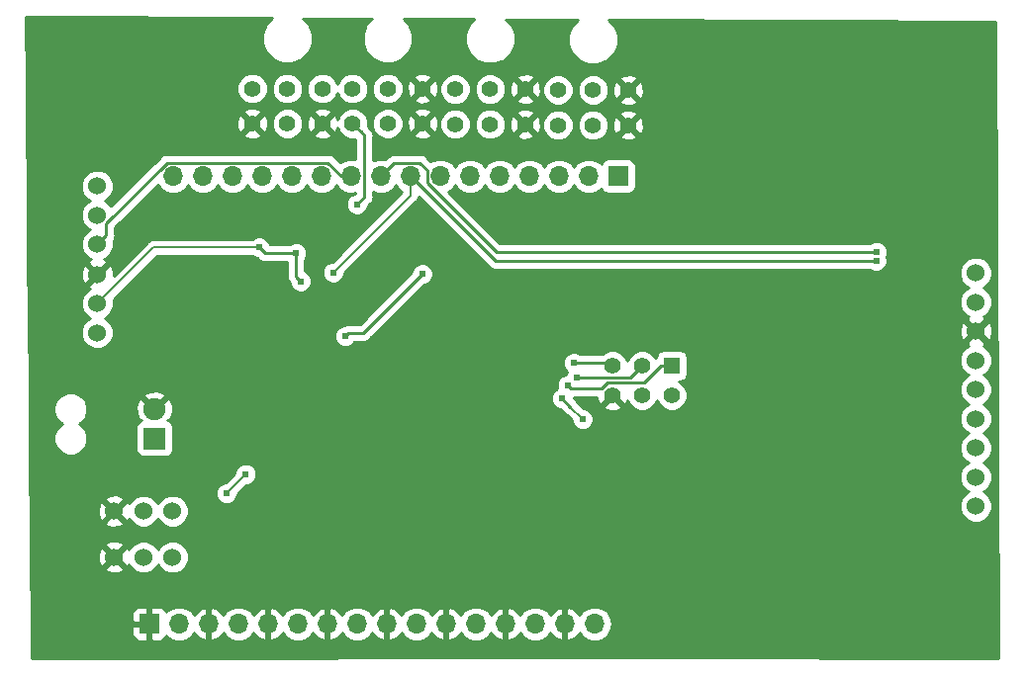
<source format=gbl>
G04 #@! TF.GenerationSoftware,KiCad,Pcbnew,5.0.2-bee76a0~70~ubuntu18.04.1*
G04 #@! TF.CreationDate,2019-11-08T01:10:53-05:00*
G04 #@! TF.ProjectId,controllerBoard,636f6e74-726f-46c6-9c65-72426f617264,rev?*
G04 #@! TF.SameCoordinates,Original*
G04 #@! TF.FileFunction,Copper,L2,Bot*
G04 #@! TF.FilePolarity,Positive*
%FSLAX46Y46*%
G04 Gerber Fmt 4.6, Leading zero omitted, Abs format (unit mm)*
G04 Created by KiCad (PCBNEW 5.0.2-bee76a0~70~ubuntu18.04.1) date Fri 08 Nov 2019 01:10:53 AM EST*
%MOMM*%
%LPD*%
G01*
G04 APERTURE LIST*
G04 #@! TA.AperFunction,ComponentPad*
%ADD10R,1.700000X1.700000*%
G04 #@! TD*
G04 #@! TA.AperFunction,ComponentPad*
%ADD11O,1.700000X1.700000*%
G04 #@! TD*
G04 #@! TA.AperFunction,ComponentPad*
%ADD12R,1.400000X1.400000*%
G04 #@! TD*
G04 #@! TA.AperFunction,ComponentPad*
%ADD13C,1.400000*%
G04 #@! TD*
G04 #@! TA.AperFunction,ComponentPad*
%ADD14R,1.900000X1.900000*%
G04 #@! TD*
G04 #@! TA.AperFunction,ComponentPad*
%ADD15C,1.900000*%
G04 #@! TD*
G04 #@! TA.AperFunction,ComponentPad*
%ADD16C,1.524000*%
G04 #@! TD*
G04 #@! TA.AperFunction,ViaPad*
%ADD17C,0.609600*%
G04 #@! TD*
G04 #@! TA.AperFunction,Conductor*
%ADD18C,0.254000*%
G04 #@! TD*
G04 #@! TA.AperFunction,Conductor*
%ADD19C,0.152400*%
G04 #@! TD*
G04 APERTURE END LIST*
D10*
G04 #@! TO.P,J2,1*
G04 #@! TO.N,/IO1*
X116205000Y-75311000D03*
D11*
G04 #@! TO.P,J2,2*
G04 #@! TO.N,/IO2*
X113665000Y-75311000D03*
G04 #@! TO.P,J2,3*
G04 #@! TO.N,/IO3*
X111125000Y-75311000D03*
G04 #@! TO.P,J2,4*
G04 #@! TO.N,/IO4*
X108585000Y-75311000D03*
G04 #@! TO.P,J2,5*
G04 #@! TO.N,/IO5*
X106045000Y-75311000D03*
G04 #@! TO.P,J2,6*
G04 #@! TO.N,/IO6*
X103505000Y-75311000D03*
G04 #@! TO.P,J2,7*
G04 #@! TO.N,/IO7*
X100965000Y-75311000D03*
G04 #@! TO.P,J2,8*
G04 #@! TO.N,/SCL*
X98425000Y-75311000D03*
G04 #@! TO.P,J2,9*
G04 #@! TO.N,/SDA*
X95885000Y-75311000D03*
G04 #@! TO.P,J2,10*
G04 #@! TO.N,/RX*
X93345000Y-75311000D03*
G04 #@! TO.P,J2,11*
G04 #@! TO.N,/TX*
X90805000Y-75311000D03*
G04 #@! TO.P,J2,12*
G04 #@! TO.N,/IO12*
X88265000Y-75311000D03*
G04 #@! TO.P,J2,13*
G04 #@! TO.N,/IO13*
X85725000Y-75311000D03*
G04 #@! TO.P,J2,14*
G04 #@! TO.N,/IO14*
X83185000Y-75311000D03*
G04 #@! TO.P,J2,15*
G04 #@! TO.N,/IO15*
X80645000Y-75311000D03*
G04 #@! TO.P,J2,16*
G04 #@! TO.N,/IO16*
X78105000Y-75311000D03*
G04 #@! TD*
D12*
G04 #@! TO.P,J3,1*
G04 #@! TO.N,/MISO*
X120777000Y-91567000D03*
D13*
G04 #@! TO.P,J3,2*
G04 #@! TO.N,+5V*
X120777000Y-94107000D03*
G04 #@! TO.P,J3,3*
G04 #@! TO.N,/SCK*
X118237000Y-91567000D03*
G04 #@! TO.P,J3,4*
G04 #@! TO.N,/MOSI*
X118237000Y-94107000D03*
G04 #@! TO.P,J3,5*
G04 #@! TO.N,/RESET*
X115697000Y-91567000D03*
G04 #@! TO.P,J3,6*
G04 #@! TO.N,GND*
X115697000Y-94107000D03*
G04 #@! TD*
D14*
G04 #@! TO.P,J4,1*
G04 #@! TO.N,/VIN_BAT*
X76522000Y-97790000D03*
D15*
G04 #@! TO.P,J4,2*
G04 #@! TO.N,GND*
X76522000Y-95290000D03*
G04 #@! TD*
D10*
G04 #@! TO.P,J6,1*
G04 #@! TO.N,GND*
X76073000Y-113665000D03*
D11*
G04 #@! TO.P,J6,2*
G04 #@! TO.N,+3V3*
X78613000Y-113665000D03*
G04 #@! TO.P,J6,3*
G04 #@! TO.N,GND*
X81153000Y-113665000D03*
G04 #@! TO.P,J6,4*
G04 #@! TO.N,+3V3*
X83693000Y-113665000D03*
G04 #@! TO.P,J6,5*
G04 #@! TO.N,GND*
X86233000Y-113665000D03*
G04 #@! TO.P,J6,6*
G04 #@! TO.N,+3V3*
X88773000Y-113665000D03*
G04 #@! TO.P,J6,7*
G04 #@! TO.N,GND*
X91313000Y-113665000D03*
G04 #@! TO.P,J6,8*
G04 #@! TO.N,+3V3*
X93853000Y-113665000D03*
G04 #@! TO.P,J6,9*
G04 #@! TO.N,GND*
X96393000Y-113665000D03*
G04 #@! TO.P,J6,10*
G04 #@! TO.N,+5V*
X98933000Y-113665000D03*
G04 #@! TO.P,J6,11*
G04 #@! TO.N,GND*
X101473000Y-113665000D03*
G04 #@! TO.P,J6,12*
G04 #@! TO.N,+5V*
X104013000Y-113665000D03*
G04 #@! TO.P,J6,13*
G04 #@! TO.N,GND*
X106553000Y-113665000D03*
G04 #@! TO.P,J6,14*
G04 #@! TO.N,+5V*
X109093000Y-113665000D03*
G04 #@! TO.P,J6,15*
G04 #@! TO.N,GND*
X111633000Y-113665000D03*
G04 #@! TO.P,J6,16*
G04 #@! TO.N,+5V*
X114173000Y-113665000D03*
G04 #@! TD*
D16*
G04 #@! TO.P,J1,3*
G04 #@! TO.N,/RX*
X71628000Y-81153000D03*
G04 #@! TO.P,J1,2*
G04 #@! TO.N,/TX*
X71628000Y-78663800D03*
G04 #@! TO.P,J1,1*
G04 #@! TO.N,Net-(J1-Pad1)*
X71628000Y-76174600D03*
G04 #@! TD*
G04 #@! TO.P,J5,1*
G04 #@! TO.N,GND*
X71628000Y-83743800D03*
G04 #@! TO.P,J5,2*
G04 #@! TO.N,+5V*
X71628000Y-86233000D03*
G04 #@! TO.P,J5,3*
G04 #@! TO.N,Net-(J5-Pad3)*
X71628000Y-88722200D03*
G04 #@! TD*
G04 #@! TO.P,J7,3*
G04 #@! TO.N,GND*
X146812001Y-88595200D03*
G04 #@! TO.P,J7,2*
G04 #@! TO.N,+3V3*
X146812001Y-86106000D03*
G04 #@! TO.P,J7,1*
G04 #@! TO.N,+5V*
X146812001Y-83616800D03*
G04 #@! TD*
G04 #@! TO.P,J8,1*
G04 #@! TO.N,/SCL*
X146812000Y-91109800D03*
G04 #@! TO.P,J8,2*
G04 #@! TO.N,/SDA*
X146812000Y-93599000D03*
G04 #@! TO.P,J8,3*
G04 #@! TO.N,Net-(J8-Pad3)*
X146812000Y-96088200D03*
G04 #@! TD*
G04 #@! TO.P,J9,3*
G04 #@! TO.N,Net-(J9-Pad3)*
X146812000Y-103581200D03*
G04 #@! TO.P,J9,2*
G04 #@! TO.N,Net-(J9-Pad2)*
X146812000Y-101092000D03*
G04 #@! TO.P,J9,1*
G04 #@! TO.N,Net-(J9-Pad1)*
X146812000Y-98602800D03*
G04 #@! TD*
D13*
G04 #@! TO.P,J11,6*
G04 #@! TO.N,GND*
X117046000Y-70947000D03*
G04 #@! TO.P,J11,5*
G04 #@! TO.N,/IO1*
X114046000Y-70947000D03*
G04 #@! TO.P,J11,4*
G04 #@! TO.N,+5V*
X111046000Y-70947000D03*
G04 #@! TO.P,J11,3*
G04 #@! TO.N,GND*
X117046000Y-67947000D03*
G04 #@! TO.P,J11,2*
G04 #@! TO.N,/IO2*
X114046000Y-67947000D03*
G04 #@! TO.P,J11,1*
G04 #@! TO.N,+5V*
X111046000Y-67947000D03*
G04 #@! TD*
G04 #@! TO.P,J12,1*
G04 #@! TO.N,+5V*
X102235000Y-67866000D03*
G04 #@! TO.P,J12,2*
G04 #@! TO.N,/IO4*
X105235000Y-67866000D03*
G04 #@! TO.P,J12,3*
G04 #@! TO.N,GND*
X108235000Y-67866000D03*
G04 #@! TO.P,J12,4*
G04 #@! TO.N,+5V*
X102235000Y-70866000D03*
G04 #@! TO.P,J12,5*
G04 #@! TO.N,/IO3*
X105235000Y-70866000D03*
G04 #@! TO.P,J12,6*
G04 #@! TO.N,GND*
X108235000Y-70866000D03*
G04 #@! TD*
G04 #@! TO.P,J13,6*
G04 #@! TO.N,GND*
X99472000Y-70818000D03*
G04 #@! TO.P,J13,5*
G04 #@! TO.N,/IO6*
X96472000Y-70818000D03*
G04 #@! TO.P,J13,4*
G04 #@! TO.N,+5V*
X93472000Y-70818000D03*
G04 #@! TO.P,J13,3*
G04 #@! TO.N,GND*
X99472000Y-67818000D03*
G04 #@! TO.P,J13,2*
G04 #@! TO.N,/IO5*
X96472000Y-67818000D03*
G04 #@! TO.P,J13,1*
G04 #@! TO.N,+5V*
X93472000Y-67818000D03*
G04 #@! TD*
G04 #@! TO.P,J14,1*
G04 #@! TO.N,/SDA*
X84884000Y-67820000D03*
G04 #@! TO.P,J14,2*
G04 #@! TO.N,/SCL*
X87884000Y-67820000D03*
G04 #@! TO.P,J14,3*
G04 #@! TO.N,+5V*
X90884000Y-67820000D03*
G04 #@! TO.P,J14,4*
G04 #@! TO.N,GND*
X84884000Y-70820000D03*
G04 #@! TO.P,J14,5*
G04 #@! TO.N,+3V3*
X87884000Y-70820000D03*
G04 #@! TO.P,J14,6*
G04 #@! TO.N,GND*
X90884000Y-70820000D03*
G04 #@! TD*
D16*
G04 #@! TO.P,U2,1*
G04 #@! TO.N,GND*
X73075800Y-107950000D03*
G04 #@! TO.P,U2,2*
G04 #@! TO.N,+5V*
X75565000Y-107950000D03*
G04 #@! TO.P,U2,3*
G04 #@! TO.N,/VIN_BAT*
X78054200Y-107950000D03*
G04 #@! TD*
G04 #@! TO.P,U3,3*
G04 #@! TO.N,/VIN_BAT*
X78054200Y-104013000D03*
G04 #@! TO.P,U3,2*
G04 #@! TO.N,+3V3*
X75565000Y-104013000D03*
G04 #@! TO.P,U3,1*
G04 #@! TO.N,GND*
X73075800Y-104013000D03*
G04 #@! TD*
D17*
G04 #@! TO.N,+5V*
X93853000Y-77724000D03*
X89027000Y-84328000D03*
X88646000Y-81915000D03*
X85471000Y-81407000D03*
X84328000Y-100838000D03*
X82677000Y-102489000D03*
G04 #@! TO.N,GND*
X89154000Y-106934000D03*
X95758000Y-102870000D03*
X92202000Y-96901000D03*
X85217000Y-85344000D03*
G04 #@! TO.N,/SCL*
X91821000Y-83566000D03*
X138277599Y-82575399D03*
G04 #@! TO.N,/SDA*
X138303000Y-81788000D03*
G04 #@! TO.N,/MISO*
X111887000Y-93218000D03*
G04 #@! TO.N,/SCK*
X112649000Y-92583000D03*
G04 #@! TO.N,/MOSI*
X111379000Y-94361000D03*
X113157000Y-96139000D03*
G04 #@! TO.N,/RESET*
X92837000Y-89027000D03*
X99441000Y-83693000D03*
X112395000Y-91313000D03*
G04 #@! TD*
D18*
G04 #@! TO.N,+5V*
X94171999Y-71517999D02*
X93472000Y-70818000D01*
X94488000Y-71834000D02*
X94171999Y-71517999D01*
X94488000Y-77089000D02*
X94488000Y-71834000D01*
X93853000Y-77724000D02*
X94488000Y-77089000D01*
X89027000Y-84328000D02*
X88646000Y-83947000D01*
X88646000Y-83947000D02*
X88646000Y-81915000D01*
X88646000Y-81915000D02*
X85979000Y-81915000D01*
X85979000Y-81915000D02*
X85471000Y-81407000D01*
D19*
X84328000Y-100838000D02*
X82677000Y-102489000D01*
X76454000Y-81407000D02*
X71628000Y-86233000D01*
X85471000Y-81407000D02*
X76454000Y-81407000D01*
G04 #@! TO.N,/SCL*
X98425000Y-76962000D02*
X98425000Y-75311000D01*
X91821000Y-83566000D02*
X98425000Y-76962000D01*
D18*
X105689399Y-82575399D02*
X138277599Y-82575399D01*
X98425000Y-75311000D02*
X105689399Y-82575399D01*
G04 #@! TO.N,/SDA*
X99835599Y-75853113D02*
X105770486Y-81788000D01*
X99835599Y-74816599D02*
X99835599Y-75853113D01*
X99200599Y-74181599D02*
X99835599Y-74816599D01*
X95885000Y-75311000D02*
X97014401Y-74181599D01*
X97014401Y-74181599D02*
X99200599Y-74181599D01*
X105770486Y-81788000D02*
X138303000Y-81788000D01*
G04 #@! TO.N,/MISO*
X119823000Y-91567000D02*
X120777000Y-91567000D01*
X118400590Y-92989410D02*
X119823000Y-91567000D01*
X115290590Y-92989410D02*
X118400590Y-92989410D01*
X114757201Y-93522799D02*
X115290590Y-92989410D01*
X112191799Y-93522799D02*
X114757201Y-93522799D01*
X111887000Y-93218000D02*
X112191799Y-93522799D01*
G04 #@! TO.N,/SCK*
X117221000Y-92583000D02*
X118237000Y-91567000D01*
X112649000Y-92583000D02*
X117221000Y-92583000D01*
G04 #@! TO.N,/MOSI*
X111379000Y-94361000D02*
X112104401Y-95086401D01*
D19*
X112104401Y-95086401D02*
X113157000Y-96139000D01*
D18*
G04 #@! TO.N,/RESET*
X93141799Y-88722201D02*
X94411799Y-88722201D01*
X92837000Y-89027000D02*
X93141799Y-88722201D01*
X94411799Y-88722201D02*
X99441000Y-83693000D01*
X115443000Y-91313000D02*
X115697000Y-91567000D01*
X112395000Y-91313000D02*
X115443000Y-91313000D01*
G04 #@! TO.N,/RX*
X72389999Y-80391001D02*
X71628000Y-81153000D01*
X92476514Y-75311000D02*
X91347113Y-74181599D01*
X72389999Y-79375001D02*
X72389999Y-80391001D01*
X77583401Y-74181599D02*
X72389999Y-79375001D01*
X91347113Y-74181599D02*
X77583401Y-74181599D01*
X93345000Y-75311000D02*
X92476514Y-75311000D01*
G04 #@! TD*
G04 #@! TO.N,GND*
G36*
X86571296Y-61793358D02*
X86074034Y-62290620D01*
X85749000Y-63075322D01*
X85749000Y-63924678D01*
X86074034Y-64709380D01*
X86674620Y-65309966D01*
X87459322Y-65635000D01*
X88308678Y-65635000D01*
X89093380Y-65309966D01*
X89693966Y-64709380D01*
X90019000Y-63924678D01*
X90019000Y-63075322D01*
X89693966Y-62290620D01*
X89208602Y-61805256D01*
X95118736Y-61831918D01*
X94662034Y-62288620D01*
X94337000Y-63073322D01*
X94337000Y-63922678D01*
X94662034Y-64707380D01*
X95262620Y-65307966D01*
X96047322Y-65633000D01*
X96896678Y-65633000D01*
X97681380Y-65307966D01*
X98281966Y-64707380D01*
X98607000Y-63922678D01*
X98607000Y-63073322D01*
X98281966Y-62288620D01*
X97837530Y-61844184D01*
X103890165Y-61871489D01*
X103425034Y-62336620D01*
X103100000Y-63121322D01*
X103100000Y-63970678D01*
X103425034Y-64755380D01*
X104025620Y-65355966D01*
X104810322Y-65681000D01*
X105659678Y-65681000D01*
X106444380Y-65355966D01*
X107044966Y-64755380D01*
X107370000Y-63970678D01*
X107370000Y-63121322D01*
X107044966Y-62336620D01*
X106592024Y-61883678D01*
X112742231Y-61911423D01*
X112236034Y-62417620D01*
X111911000Y-63202322D01*
X111911000Y-64051678D01*
X112236034Y-64836380D01*
X112836620Y-65436966D01*
X113621322Y-65762000D01*
X114470678Y-65762000D01*
X115255380Y-65436966D01*
X115855966Y-64836380D01*
X116181000Y-64051678D01*
X116181000Y-63202322D01*
X115855966Y-62417620D01*
X115361586Y-61923240D01*
X148493312Y-62072707D01*
X148740759Y-116635005D01*
X118180489Y-116511280D01*
X118178219Y-116510834D01*
X118110547Y-116510997D01*
X118042950Y-116510723D01*
X118040682Y-116511165D01*
X66006617Y-116636247D01*
X65982424Y-113950750D01*
X74588000Y-113950750D01*
X74588000Y-114641309D01*
X74684673Y-114874698D01*
X74863301Y-115053327D01*
X75096690Y-115150000D01*
X75787250Y-115150000D01*
X75946000Y-114991250D01*
X75946000Y-113792000D01*
X74746750Y-113792000D01*
X74588000Y-113950750D01*
X65982424Y-113950750D01*
X65971055Y-112688691D01*
X74588000Y-112688691D01*
X74588000Y-113379250D01*
X74746750Y-113538000D01*
X75946000Y-113538000D01*
X75946000Y-112338750D01*
X76200000Y-112338750D01*
X76200000Y-113538000D01*
X76220000Y-113538000D01*
X76220000Y-113792000D01*
X76200000Y-113792000D01*
X76200000Y-114991250D01*
X76358750Y-115150000D01*
X77049310Y-115150000D01*
X77282699Y-115053327D01*
X77461327Y-114874698D01*
X77527904Y-114713967D01*
X77542375Y-114735625D01*
X78033582Y-115063839D01*
X78466744Y-115150000D01*
X78759256Y-115150000D01*
X79192418Y-115063839D01*
X79683625Y-114735625D01*
X79896843Y-114416522D01*
X79957817Y-114546358D01*
X80386076Y-114936645D01*
X80796110Y-115106476D01*
X81026000Y-114985155D01*
X81026000Y-113792000D01*
X81006000Y-113792000D01*
X81006000Y-113538000D01*
X81026000Y-113538000D01*
X81026000Y-112344845D01*
X81280000Y-112344845D01*
X81280000Y-113538000D01*
X81300000Y-113538000D01*
X81300000Y-113792000D01*
X81280000Y-113792000D01*
X81280000Y-114985155D01*
X81509890Y-115106476D01*
X81919924Y-114936645D01*
X82348183Y-114546358D01*
X82409157Y-114416522D01*
X82622375Y-114735625D01*
X83113582Y-115063839D01*
X83546744Y-115150000D01*
X83839256Y-115150000D01*
X84272418Y-115063839D01*
X84763625Y-114735625D01*
X84976843Y-114416522D01*
X85037817Y-114546358D01*
X85466076Y-114936645D01*
X85876110Y-115106476D01*
X86106000Y-114985155D01*
X86106000Y-113792000D01*
X86086000Y-113792000D01*
X86086000Y-113538000D01*
X86106000Y-113538000D01*
X86106000Y-112344845D01*
X86360000Y-112344845D01*
X86360000Y-113538000D01*
X86380000Y-113538000D01*
X86380000Y-113792000D01*
X86360000Y-113792000D01*
X86360000Y-114985155D01*
X86589890Y-115106476D01*
X86999924Y-114936645D01*
X87428183Y-114546358D01*
X87489157Y-114416522D01*
X87702375Y-114735625D01*
X88193582Y-115063839D01*
X88626744Y-115150000D01*
X88919256Y-115150000D01*
X89352418Y-115063839D01*
X89843625Y-114735625D01*
X90056843Y-114416522D01*
X90117817Y-114546358D01*
X90546076Y-114936645D01*
X90956110Y-115106476D01*
X91186000Y-114985155D01*
X91186000Y-113792000D01*
X91166000Y-113792000D01*
X91166000Y-113538000D01*
X91186000Y-113538000D01*
X91186000Y-112344845D01*
X91440000Y-112344845D01*
X91440000Y-113538000D01*
X91460000Y-113538000D01*
X91460000Y-113792000D01*
X91440000Y-113792000D01*
X91440000Y-114985155D01*
X91669890Y-115106476D01*
X92079924Y-114936645D01*
X92508183Y-114546358D01*
X92569157Y-114416522D01*
X92782375Y-114735625D01*
X93273582Y-115063839D01*
X93706744Y-115150000D01*
X93999256Y-115150000D01*
X94432418Y-115063839D01*
X94923625Y-114735625D01*
X95136843Y-114416522D01*
X95197817Y-114546358D01*
X95626076Y-114936645D01*
X96036110Y-115106476D01*
X96266000Y-114985155D01*
X96266000Y-113792000D01*
X96246000Y-113792000D01*
X96246000Y-113538000D01*
X96266000Y-113538000D01*
X96266000Y-112344845D01*
X96520000Y-112344845D01*
X96520000Y-113538000D01*
X96540000Y-113538000D01*
X96540000Y-113792000D01*
X96520000Y-113792000D01*
X96520000Y-114985155D01*
X96749890Y-115106476D01*
X97159924Y-114936645D01*
X97588183Y-114546358D01*
X97649157Y-114416522D01*
X97862375Y-114735625D01*
X98353582Y-115063839D01*
X98786744Y-115150000D01*
X99079256Y-115150000D01*
X99512418Y-115063839D01*
X100003625Y-114735625D01*
X100216843Y-114416522D01*
X100277817Y-114546358D01*
X100706076Y-114936645D01*
X101116110Y-115106476D01*
X101346000Y-114985155D01*
X101346000Y-113792000D01*
X101326000Y-113792000D01*
X101326000Y-113538000D01*
X101346000Y-113538000D01*
X101346000Y-112344845D01*
X101600000Y-112344845D01*
X101600000Y-113538000D01*
X101620000Y-113538000D01*
X101620000Y-113792000D01*
X101600000Y-113792000D01*
X101600000Y-114985155D01*
X101829890Y-115106476D01*
X102239924Y-114936645D01*
X102668183Y-114546358D01*
X102729157Y-114416522D01*
X102942375Y-114735625D01*
X103433582Y-115063839D01*
X103866744Y-115150000D01*
X104159256Y-115150000D01*
X104592418Y-115063839D01*
X105083625Y-114735625D01*
X105296843Y-114416522D01*
X105357817Y-114546358D01*
X105786076Y-114936645D01*
X106196110Y-115106476D01*
X106426000Y-114985155D01*
X106426000Y-113792000D01*
X106406000Y-113792000D01*
X106406000Y-113538000D01*
X106426000Y-113538000D01*
X106426000Y-112344845D01*
X106680000Y-112344845D01*
X106680000Y-113538000D01*
X106700000Y-113538000D01*
X106700000Y-113792000D01*
X106680000Y-113792000D01*
X106680000Y-114985155D01*
X106909890Y-115106476D01*
X107319924Y-114936645D01*
X107748183Y-114546358D01*
X107809157Y-114416522D01*
X108022375Y-114735625D01*
X108513582Y-115063839D01*
X108946744Y-115150000D01*
X109239256Y-115150000D01*
X109672418Y-115063839D01*
X110163625Y-114735625D01*
X110376843Y-114416522D01*
X110437817Y-114546358D01*
X110866076Y-114936645D01*
X111276110Y-115106476D01*
X111506000Y-114985155D01*
X111506000Y-113792000D01*
X111486000Y-113792000D01*
X111486000Y-113538000D01*
X111506000Y-113538000D01*
X111506000Y-112344845D01*
X111760000Y-112344845D01*
X111760000Y-113538000D01*
X111780000Y-113538000D01*
X111780000Y-113792000D01*
X111760000Y-113792000D01*
X111760000Y-114985155D01*
X111989890Y-115106476D01*
X112399924Y-114936645D01*
X112828183Y-114546358D01*
X112889157Y-114416522D01*
X113102375Y-114735625D01*
X113593582Y-115063839D01*
X114026744Y-115150000D01*
X114319256Y-115150000D01*
X114752418Y-115063839D01*
X115243625Y-114735625D01*
X115571839Y-114244418D01*
X115687092Y-113665000D01*
X115571839Y-113085582D01*
X115243625Y-112594375D01*
X114752418Y-112266161D01*
X114319256Y-112180000D01*
X114026744Y-112180000D01*
X113593582Y-112266161D01*
X113102375Y-112594375D01*
X112889157Y-112913478D01*
X112828183Y-112783642D01*
X112399924Y-112393355D01*
X111989890Y-112223524D01*
X111760000Y-112344845D01*
X111506000Y-112344845D01*
X111276110Y-112223524D01*
X110866076Y-112393355D01*
X110437817Y-112783642D01*
X110376843Y-112913478D01*
X110163625Y-112594375D01*
X109672418Y-112266161D01*
X109239256Y-112180000D01*
X108946744Y-112180000D01*
X108513582Y-112266161D01*
X108022375Y-112594375D01*
X107809157Y-112913478D01*
X107748183Y-112783642D01*
X107319924Y-112393355D01*
X106909890Y-112223524D01*
X106680000Y-112344845D01*
X106426000Y-112344845D01*
X106196110Y-112223524D01*
X105786076Y-112393355D01*
X105357817Y-112783642D01*
X105296843Y-112913478D01*
X105083625Y-112594375D01*
X104592418Y-112266161D01*
X104159256Y-112180000D01*
X103866744Y-112180000D01*
X103433582Y-112266161D01*
X102942375Y-112594375D01*
X102729157Y-112913478D01*
X102668183Y-112783642D01*
X102239924Y-112393355D01*
X101829890Y-112223524D01*
X101600000Y-112344845D01*
X101346000Y-112344845D01*
X101116110Y-112223524D01*
X100706076Y-112393355D01*
X100277817Y-112783642D01*
X100216843Y-112913478D01*
X100003625Y-112594375D01*
X99512418Y-112266161D01*
X99079256Y-112180000D01*
X98786744Y-112180000D01*
X98353582Y-112266161D01*
X97862375Y-112594375D01*
X97649157Y-112913478D01*
X97588183Y-112783642D01*
X97159924Y-112393355D01*
X96749890Y-112223524D01*
X96520000Y-112344845D01*
X96266000Y-112344845D01*
X96036110Y-112223524D01*
X95626076Y-112393355D01*
X95197817Y-112783642D01*
X95136843Y-112913478D01*
X94923625Y-112594375D01*
X94432418Y-112266161D01*
X93999256Y-112180000D01*
X93706744Y-112180000D01*
X93273582Y-112266161D01*
X92782375Y-112594375D01*
X92569157Y-112913478D01*
X92508183Y-112783642D01*
X92079924Y-112393355D01*
X91669890Y-112223524D01*
X91440000Y-112344845D01*
X91186000Y-112344845D01*
X90956110Y-112223524D01*
X90546076Y-112393355D01*
X90117817Y-112783642D01*
X90056843Y-112913478D01*
X89843625Y-112594375D01*
X89352418Y-112266161D01*
X88919256Y-112180000D01*
X88626744Y-112180000D01*
X88193582Y-112266161D01*
X87702375Y-112594375D01*
X87489157Y-112913478D01*
X87428183Y-112783642D01*
X86999924Y-112393355D01*
X86589890Y-112223524D01*
X86360000Y-112344845D01*
X86106000Y-112344845D01*
X85876110Y-112223524D01*
X85466076Y-112393355D01*
X85037817Y-112783642D01*
X84976843Y-112913478D01*
X84763625Y-112594375D01*
X84272418Y-112266161D01*
X83839256Y-112180000D01*
X83546744Y-112180000D01*
X83113582Y-112266161D01*
X82622375Y-112594375D01*
X82409157Y-112913478D01*
X82348183Y-112783642D01*
X81919924Y-112393355D01*
X81509890Y-112223524D01*
X81280000Y-112344845D01*
X81026000Y-112344845D01*
X80796110Y-112223524D01*
X80386076Y-112393355D01*
X79957817Y-112783642D01*
X79896843Y-112913478D01*
X79683625Y-112594375D01*
X79192418Y-112266161D01*
X78759256Y-112180000D01*
X78466744Y-112180000D01*
X78033582Y-112266161D01*
X77542375Y-112594375D01*
X77527904Y-112616033D01*
X77461327Y-112455302D01*
X77282699Y-112276673D01*
X77049310Y-112180000D01*
X76358750Y-112180000D01*
X76200000Y-112338750D01*
X75946000Y-112338750D01*
X75787250Y-112180000D01*
X75096690Y-112180000D01*
X74863301Y-112276673D01*
X74684673Y-112455302D01*
X74588000Y-112688691D01*
X65971055Y-112688691D01*
X65937194Y-108930213D01*
X72275192Y-108930213D01*
X72344657Y-109172397D01*
X72868102Y-109359144D01*
X73423168Y-109331362D01*
X73806943Y-109172397D01*
X73876408Y-108930213D01*
X73075800Y-108129605D01*
X72275192Y-108930213D01*
X65937194Y-108930213D01*
X65926492Y-107742302D01*
X71666656Y-107742302D01*
X71694438Y-108297368D01*
X71853403Y-108681143D01*
X72095587Y-108750608D01*
X72896195Y-107950000D01*
X73255405Y-107950000D01*
X74056013Y-108750608D01*
X74298197Y-108681143D01*
X74324828Y-108606498D01*
X74380680Y-108741337D01*
X74773663Y-109134320D01*
X75287119Y-109347000D01*
X75842881Y-109347000D01*
X76356337Y-109134320D01*
X76749320Y-108741337D01*
X76809600Y-108595808D01*
X76869880Y-108741337D01*
X77262863Y-109134320D01*
X77776319Y-109347000D01*
X78332081Y-109347000D01*
X78845537Y-109134320D01*
X79238520Y-108741337D01*
X79451200Y-108227881D01*
X79451200Y-107672119D01*
X79238520Y-107158663D01*
X78845537Y-106765680D01*
X78332081Y-106553000D01*
X77776319Y-106553000D01*
X77262863Y-106765680D01*
X76869880Y-107158663D01*
X76809600Y-107304192D01*
X76749320Y-107158663D01*
X76356337Y-106765680D01*
X75842881Y-106553000D01*
X75287119Y-106553000D01*
X74773663Y-106765680D01*
X74380680Y-107158663D01*
X74326972Y-107288326D01*
X74298197Y-107218857D01*
X74056013Y-107149392D01*
X73255405Y-107950000D01*
X72896195Y-107950000D01*
X72095587Y-107149392D01*
X71853403Y-107218857D01*
X71666656Y-107742302D01*
X65926492Y-107742302D01*
X65919533Y-106969787D01*
X72275192Y-106969787D01*
X73075800Y-107770395D01*
X73876408Y-106969787D01*
X73806943Y-106727603D01*
X73283498Y-106540856D01*
X72728432Y-106568638D01*
X72344657Y-106727603D01*
X72275192Y-106969787D01*
X65919533Y-106969787D01*
X65901726Y-104993213D01*
X72275192Y-104993213D01*
X72344657Y-105235397D01*
X72868102Y-105422144D01*
X73423168Y-105394362D01*
X73806943Y-105235397D01*
X73876408Y-104993213D01*
X73075800Y-104192605D01*
X72275192Y-104993213D01*
X65901726Y-104993213D01*
X65891024Y-103805302D01*
X71666656Y-103805302D01*
X71694438Y-104360368D01*
X71853403Y-104744143D01*
X72095587Y-104813608D01*
X72896195Y-104013000D01*
X73255405Y-104013000D01*
X74056013Y-104813608D01*
X74298197Y-104744143D01*
X74324828Y-104669498D01*
X74380680Y-104804337D01*
X74773663Y-105197320D01*
X75287119Y-105410000D01*
X75842881Y-105410000D01*
X76356337Y-105197320D01*
X76749320Y-104804337D01*
X76809600Y-104658808D01*
X76869880Y-104804337D01*
X77262863Y-105197320D01*
X77776319Y-105410000D01*
X78332081Y-105410000D01*
X78845537Y-105197320D01*
X79238520Y-104804337D01*
X79451200Y-104290881D01*
X79451200Y-103735119D01*
X79238520Y-103221663D01*
X78845537Y-102828680D01*
X78332081Y-102616000D01*
X77776319Y-102616000D01*
X77262863Y-102828680D01*
X76869880Y-103221663D01*
X76809600Y-103367192D01*
X76749320Y-103221663D01*
X76356337Y-102828680D01*
X75842881Y-102616000D01*
X75287119Y-102616000D01*
X74773663Y-102828680D01*
X74380680Y-103221663D01*
X74326972Y-103351326D01*
X74298197Y-103281857D01*
X74056013Y-103212392D01*
X73255405Y-104013000D01*
X72896195Y-104013000D01*
X72095587Y-103212392D01*
X71853403Y-103281857D01*
X71666656Y-103805302D01*
X65891024Y-103805302D01*
X65884065Y-103032787D01*
X72275192Y-103032787D01*
X73075800Y-103833395D01*
X73876408Y-103032787D01*
X73806943Y-102790603D01*
X73283498Y-102603856D01*
X72728432Y-102631638D01*
X72344657Y-102790603D01*
X72275192Y-103032787D01*
X65884065Y-103032787D01*
X65877482Y-102302062D01*
X81737200Y-102302062D01*
X81737200Y-102675938D01*
X81880276Y-103021354D01*
X82144646Y-103285724D01*
X82490062Y-103428800D01*
X82863938Y-103428800D01*
X83209354Y-103285724D01*
X83473724Y-103021354D01*
X83616800Y-102675938D01*
X83616800Y-102554988D01*
X84393989Y-101777800D01*
X84514938Y-101777800D01*
X84860354Y-101634724D01*
X85124724Y-101370354D01*
X85267800Y-101024938D01*
X85267800Y-100651062D01*
X85124724Y-100305646D01*
X84860354Y-100041276D01*
X84514938Y-99898200D01*
X84141062Y-99898200D01*
X83795646Y-100041276D01*
X83531276Y-100305646D01*
X83388200Y-100651062D01*
X83388200Y-100772011D01*
X82611012Y-101549200D01*
X82490062Y-101549200D01*
X82144646Y-101692276D01*
X81880276Y-101956646D01*
X81737200Y-102302062D01*
X65877482Y-102302062D01*
X65811738Y-95004561D01*
X67907000Y-95004561D01*
X67907000Y-95575439D01*
X68125466Y-96102862D01*
X68529138Y-96506534D01*
X68609932Y-96540000D01*
X68529138Y-96573466D01*
X68125466Y-96977138D01*
X67907000Y-97504561D01*
X67907000Y-98075439D01*
X68125466Y-98602862D01*
X68529138Y-99006534D01*
X69056561Y-99225000D01*
X69627439Y-99225000D01*
X70154862Y-99006534D01*
X70558534Y-98602862D01*
X70777000Y-98075439D01*
X70777000Y-97504561D01*
X70558534Y-96977138D01*
X70421396Y-96840000D01*
X74924560Y-96840000D01*
X74924560Y-98740000D01*
X74973843Y-98987765D01*
X75114191Y-99197809D01*
X75324235Y-99338157D01*
X75572000Y-99387440D01*
X77472000Y-99387440D01*
X77719765Y-99338157D01*
X77929809Y-99197809D01*
X78070157Y-98987765D01*
X78119440Y-98740000D01*
X78119440Y-96840000D01*
X78070157Y-96592235D01*
X77929809Y-96382191D01*
X77719765Y-96241843D01*
X77640334Y-96226043D01*
X77900019Y-96134208D01*
X78118188Y-95542602D01*
X78093352Y-94912539D01*
X77900019Y-94445792D01*
X77638350Y-94353255D01*
X76701605Y-95290000D01*
X76715748Y-95304143D01*
X76536143Y-95483748D01*
X76522000Y-95469605D01*
X76507858Y-95483748D01*
X76328253Y-95304143D01*
X76342395Y-95290000D01*
X75405650Y-94353255D01*
X75143981Y-94445792D01*
X74925812Y-95037398D01*
X74950648Y-95667461D01*
X75143981Y-96134208D01*
X75403666Y-96226043D01*
X75324235Y-96241843D01*
X75114191Y-96382191D01*
X74973843Y-96592235D01*
X74924560Y-96840000D01*
X70421396Y-96840000D01*
X70154862Y-96573466D01*
X70074068Y-96540000D01*
X70154862Y-96506534D01*
X70558534Y-96102862D01*
X70777000Y-95575439D01*
X70777000Y-95004561D01*
X70558534Y-94477138D01*
X70255046Y-94173650D01*
X75585255Y-94173650D01*
X76522000Y-95110395D01*
X77458333Y-94174062D01*
X110439200Y-94174062D01*
X110439200Y-94547938D01*
X110582276Y-94893354D01*
X110846646Y-95157724D01*
X111192062Y-95300800D01*
X111241169Y-95300800D01*
X111618652Y-95678283D01*
X111807083Y-95804188D01*
X111818713Y-95806501D01*
X112217200Y-96204989D01*
X112217200Y-96325938D01*
X112360276Y-96671354D01*
X112624646Y-96935724D01*
X112970062Y-97078800D01*
X113343938Y-97078800D01*
X113689354Y-96935724D01*
X113953724Y-96671354D01*
X114096800Y-96325938D01*
X114096800Y-95952062D01*
X113953724Y-95606646D01*
X113689354Y-95342276D01*
X113343938Y-95199200D01*
X113222989Y-95199200D01*
X113066064Y-95042275D01*
X114941331Y-95042275D01*
X115003169Y-95278042D01*
X115504122Y-95454419D01*
X116034440Y-95425664D01*
X116390831Y-95278042D01*
X116452669Y-95042275D01*
X115697000Y-94286605D01*
X114941331Y-95042275D01*
X113066064Y-95042275D01*
X112824501Y-94800713D01*
X112822188Y-94789083D01*
X112696283Y-94600652D01*
X112380430Y-94284799D01*
X114369680Y-94284799D01*
X114378336Y-94444440D01*
X114525958Y-94800831D01*
X114761725Y-94862669D01*
X115517395Y-94107000D01*
X115503253Y-94092858D01*
X115682858Y-93913253D01*
X115697000Y-93927395D01*
X115711143Y-93913253D01*
X115890748Y-94092858D01*
X115876605Y-94107000D01*
X116632275Y-94862669D01*
X116868042Y-94800831D01*
X116965153Y-94525013D01*
X117105242Y-94863217D01*
X117480783Y-95238758D01*
X117971452Y-95442000D01*
X118502548Y-95442000D01*
X118993217Y-95238758D01*
X119368758Y-94863217D01*
X119507000Y-94529472D01*
X119645242Y-94863217D01*
X120020783Y-95238758D01*
X120511452Y-95442000D01*
X121042548Y-95442000D01*
X121533217Y-95238758D01*
X121908758Y-94863217D01*
X122112000Y-94372548D01*
X122112000Y-93841452D01*
X121908758Y-93350783D01*
X121533217Y-92975242D01*
X121386428Y-92914440D01*
X121477000Y-92914440D01*
X121724765Y-92865157D01*
X121934809Y-92724809D01*
X122075157Y-92514765D01*
X122124440Y-92267000D01*
X122124440Y-90867000D01*
X122117463Y-90831919D01*
X145415000Y-90831919D01*
X145415000Y-91387681D01*
X145627680Y-91901137D01*
X146020663Y-92294120D01*
X146166192Y-92354400D01*
X146020663Y-92414680D01*
X145627680Y-92807663D01*
X145415000Y-93321119D01*
X145415000Y-93876881D01*
X145627680Y-94390337D01*
X146020663Y-94783320D01*
X146166192Y-94843600D01*
X146020663Y-94903880D01*
X145627680Y-95296863D01*
X145415000Y-95810319D01*
X145415000Y-96366081D01*
X145627680Y-96879537D01*
X146020663Y-97272520D01*
X146196853Y-97345500D01*
X146020663Y-97418480D01*
X145627680Y-97811463D01*
X145415000Y-98324919D01*
X145415000Y-98880681D01*
X145627680Y-99394137D01*
X146020663Y-99787120D01*
X146166192Y-99847400D01*
X146020663Y-99907680D01*
X145627680Y-100300663D01*
X145415000Y-100814119D01*
X145415000Y-101369881D01*
X145627680Y-101883337D01*
X146020663Y-102276320D01*
X146166192Y-102336600D01*
X146020663Y-102396880D01*
X145627680Y-102789863D01*
X145415000Y-103303319D01*
X145415000Y-103859081D01*
X145627680Y-104372537D01*
X146020663Y-104765520D01*
X146534119Y-104978200D01*
X147089881Y-104978200D01*
X147603337Y-104765520D01*
X147996320Y-104372537D01*
X148209000Y-103859081D01*
X148209000Y-103303319D01*
X147996320Y-102789863D01*
X147603337Y-102396880D01*
X147457808Y-102336600D01*
X147603337Y-102276320D01*
X147996320Y-101883337D01*
X148209000Y-101369881D01*
X148209000Y-100814119D01*
X147996320Y-100300663D01*
X147603337Y-99907680D01*
X147457808Y-99847400D01*
X147603337Y-99787120D01*
X147996320Y-99394137D01*
X148209000Y-98880681D01*
X148209000Y-98324919D01*
X147996320Y-97811463D01*
X147603337Y-97418480D01*
X147427147Y-97345500D01*
X147603337Y-97272520D01*
X147996320Y-96879537D01*
X148209000Y-96366081D01*
X148209000Y-95810319D01*
X147996320Y-95296863D01*
X147603337Y-94903880D01*
X147457808Y-94843600D01*
X147603337Y-94783320D01*
X147996320Y-94390337D01*
X148209000Y-93876881D01*
X148209000Y-93321119D01*
X147996320Y-92807663D01*
X147603337Y-92414680D01*
X147457808Y-92354400D01*
X147603337Y-92294120D01*
X147996320Y-91901137D01*
X148209000Y-91387681D01*
X148209000Y-90831919D01*
X147996320Y-90318463D01*
X147603337Y-89925480D01*
X147443014Y-89859072D01*
X147543144Y-89817597D01*
X147612609Y-89575413D01*
X146812001Y-88774805D01*
X146011393Y-89575413D01*
X146080858Y-89817597D01*
X146188448Y-89855981D01*
X146020663Y-89925480D01*
X145627680Y-90318463D01*
X145415000Y-90831919D01*
X122117463Y-90831919D01*
X122075157Y-90619235D01*
X121934809Y-90409191D01*
X121724765Y-90268843D01*
X121477000Y-90219560D01*
X120077000Y-90219560D01*
X119829235Y-90268843D01*
X119619191Y-90409191D01*
X119478843Y-90619235D01*
X119429560Y-90867000D01*
X119429560Y-90913439D01*
X119415242Y-90923006D01*
X119368758Y-90810783D01*
X118993217Y-90435242D01*
X118502548Y-90232000D01*
X117971452Y-90232000D01*
X117480783Y-90435242D01*
X117105242Y-90810783D01*
X116967000Y-91144528D01*
X116828758Y-90810783D01*
X116453217Y-90435242D01*
X115962548Y-90232000D01*
X115431452Y-90232000D01*
X114940783Y-90435242D01*
X114825025Y-90551000D01*
X112962078Y-90551000D01*
X112927354Y-90516276D01*
X112581938Y-90373200D01*
X112208062Y-90373200D01*
X111862646Y-90516276D01*
X111598276Y-90780646D01*
X111455200Y-91126062D01*
X111455200Y-91499938D01*
X111598276Y-91845354D01*
X111838010Y-92085088D01*
X111758020Y-92278200D01*
X111700062Y-92278200D01*
X111354646Y-92421276D01*
X111090276Y-92685646D01*
X110947200Y-93031062D01*
X110947200Y-93404938D01*
X110988809Y-93505390D01*
X110846646Y-93564276D01*
X110582276Y-93828646D01*
X110439200Y-94174062D01*
X77458333Y-94174062D01*
X77458745Y-94173650D01*
X77366208Y-93911981D01*
X76774602Y-93693812D01*
X76144539Y-93718648D01*
X75677792Y-93911981D01*
X75585255Y-94173650D01*
X70255046Y-94173650D01*
X70154862Y-94073466D01*
X69627439Y-93855000D01*
X69056561Y-93855000D01*
X68529138Y-94073466D01*
X68125466Y-94477138D01*
X67907000Y-95004561D01*
X65811738Y-95004561D01*
X65730212Y-85955119D01*
X70231000Y-85955119D01*
X70231000Y-86510881D01*
X70443680Y-87024337D01*
X70836663Y-87417320D01*
X70982192Y-87477600D01*
X70836663Y-87537880D01*
X70443680Y-87930863D01*
X70231000Y-88444319D01*
X70231000Y-89000081D01*
X70443680Y-89513537D01*
X70836663Y-89906520D01*
X71350119Y-90119200D01*
X71905881Y-90119200D01*
X72419337Y-89906520D01*
X72812320Y-89513537D01*
X73025000Y-89000081D01*
X73025000Y-88840062D01*
X91897200Y-88840062D01*
X91897200Y-89213938D01*
X92040276Y-89559354D01*
X92304646Y-89823724D01*
X92650062Y-89966800D01*
X93023938Y-89966800D01*
X93369354Y-89823724D01*
X93633724Y-89559354D01*
X93664853Y-89484201D01*
X94336756Y-89484201D01*
X94411799Y-89499128D01*
X94486842Y-89484201D01*
X94486847Y-89484201D01*
X94709116Y-89439989D01*
X94961170Y-89271572D01*
X95003682Y-89207948D01*
X95824128Y-88387502D01*
X145402857Y-88387502D01*
X145430639Y-88942568D01*
X145589604Y-89326343D01*
X145831788Y-89395808D01*
X146632396Y-88595200D01*
X146991606Y-88595200D01*
X147792214Y-89395808D01*
X148034398Y-89326343D01*
X148221145Y-88802898D01*
X148193363Y-88247832D01*
X148034398Y-87864057D01*
X147792214Y-87794592D01*
X146991606Y-88595200D01*
X146632396Y-88595200D01*
X145831788Y-87794592D01*
X145589604Y-87864057D01*
X145402857Y-88387502D01*
X95824128Y-88387502D01*
X99578831Y-84632800D01*
X99627938Y-84632800D01*
X99973354Y-84489724D01*
X100237724Y-84225354D01*
X100380800Y-83879938D01*
X100380800Y-83506062D01*
X100237724Y-83160646D01*
X99973354Y-82896276D01*
X99627938Y-82753200D01*
X99254062Y-82753200D01*
X98908646Y-82896276D01*
X98644276Y-83160646D01*
X98501200Y-83506062D01*
X98501200Y-83555169D01*
X94096169Y-87960201D01*
X93216846Y-87960201D01*
X93141799Y-87945273D01*
X93066752Y-87960201D01*
X93066751Y-87960201D01*
X92844482Y-88004413D01*
X92720582Y-88087200D01*
X92650062Y-88087200D01*
X92304646Y-88230276D01*
X92040276Y-88494646D01*
X91897200Y-88840062D01*
X73025000Y-88840062D01*
X73025000Y-88444319D01*
X72812320Y-87930863D01*
X72419337Y-87537880D01*
X72273808Y-87477600D01*
X72419337Y-87417320D01*
X72812320Y-87024337D01*
X73025000Y-86510881D01*
X73025000Y-85955119D01*
X72991806Y-85874982D01*
X76748589Y-82118200D01*
X84853122Y-82118200D01*
X84938646Y-82203724D01*
X85284062Y-82346800D01*
X85333170Y-82346800D01*
X85387116Y-82400746D01*
X85429629Y-82464371D01*
X85609750Y-82584724D01*
X85681681Y-82632787D01*
X85681682Y-82632787D01*
X85681683Y-82632788D01*
X85903952Y-82677000D01*
X85903956Y-82677000D01*
X85978999Y-82691927D01*
X86054042Y-82677000D01*
X87884001Y-82677000D01*
X87884000Y-83871957D01*
X87869073Y-83947000D01*
X87884000Y-84022043D01*
X87884000Y-84022047D01*
X87928212Y-84244316D01*
X88087200Y-84482259D01*
X88087200Y-84514938D01*
X88230276Y-84860354D01*
X88494646Y-85124724D01*
X88840062Y-85267800D01*
X89213938Y-85267800D01*
X89559354Y-85124724D01*
X89823724Y-84860354D01*
X89966800Y-84514938D01*
X89966800Y-84141062D01*
X89823724Y-83795646D01*
X89559354Y-83531276D01*
X89408000Y-83468583D01*
X89408000Y-82482078D01*
X89442724Y-82447354D01*
X89585800Y-82101938D01*
X89585800Y-81728062D01*
X89442724Y-81382646D01*
X89178354Y-81118276D01*
X88832938Y-80975200D01*
X88459062Y-80975200D01*
X88113646Y-81118276D01*
X88078922Y-81153000D01*
X86383022Y-81153000D01*
X86267724Y-80874646D01*
X86003354Y-80610276D01*
X85657938Y-80467200D01*
X85284062Y-80467200D01*
X84938646Y-80610276D01*
X84853122Y-80695800D01*
X76524042Y-80695800D01*
X76454000Y-80681868D01*
X76383958Y-80695800D01*
X76383954Y-80695800D01*
X76176504Y-80737064D01*
X76176502Y-80737065D01*
X76176503Y-80737065D01*
X76000635Y-80854576D01*
X76000633Y-80854578D01*
X75941254Y-80894254D01*
X75901578Y-80953633D01*
X73030784Y-83824428D01*
X73009362Y-83396432D01*
X72850397Y-83012657D01*
X72608213Y-82943192D01*
X71807605Y-83743800D01*
X71821748Y-83757943D01*
X71642143Y-83937548D01*
X71628000Y-83923405D01*
X70827392Y-84724013D01*
X70896857Y-84966197D01*
X70971502Y-84992828D01*
X70836663Y-85048680D01*
X70443680Y-85441663D01*
X70231000Y-85955119D01*
X65730212Y-85955119D01*
X65708419Y-83536102D01*
X70218856Y-83536102D01*
X70246638Y-84091168D01*
X70405603Y-84474943D01*
X70647787Y-84544408D01*
X71448395Y-83743800D01*
X70647787Y-82943192D01*
X70405603Y-83012657D01*
X70218856Y-83536102D01*
X65708419Y-83536102D01*
X65639596Y-75896719D01*
X70231000Y-75896719D01*
X70231000Y-76452481D01*
X70443680Y-76965937D01*
X70836663Y-77358920D01*
X70982192Y-77419200D01*
X70836663Y-77479480D01*
X70443680Y-77872463D01*
X70231000Y-78385919D01*
X70231000Y-78941681D01*
X70443680Y-79455137D01*
X70836663Y-79848120D01*
X70982192Y-79908400D01*
X70836663Y-79968680D01*
X70443680Y-80361663D01*
X70231000Y-80875119D01*
X70231000Y-81430881D01*
X70443680Y-81944337D01*
X70836663Y-82337320D01*
X71088968Y-82441828D01*
X70896857Y-82521403D01*
X70827392Y-82763587D01*
X71628000Y-83564195D01*
X72428608Y-82763587D01*
X72359143Y-82521403D01*
X72152717Y-82447757D01*
X72419337Y-82337320D01*
X72812320Y-81944337D01*
X73025000Y-81430881D01*
X73025000Y-80875119D01*
X73008916Y-80836289D01*
X73107786Y-80688320D01*
X73107786Y-80688319D01*
X73107787Y-80688318D01*
X73151999Y-80466049D01*
X73151999Y-80466045D01*
X73166926Y-80391002D01*
X73151999Y-80315959D01*
X73151999Y-79690631D01*
X76804715Y-76037915D01*
X77034375Y-76381625D01*
X77525582Y-76709839D01*
X77958744Y-76796000D01*
X78251256Y-76796000D01*
X78684418Y-76709839D01*
X79175625Y-76381625D01*
X79375000Y-76083239D01*
X79574375Y-76381625D01*
X80065582Y-76709839D01*
X80498744Y-76796000D01*
X80791256Y-76796000D01*
X81224418Y-76709839D01*
X81715625Y-76381625D01*
X81915000Y-76083239D01*
X82114375Y-76381625D01*
X82605582Y-76709839D01*
X83038744Y-76796000D01*
X83331256Y-76796000D01*
X83764418Y-76709839D01*
X84255625Y-76381625D01*
X84455000Y-76083239D01*
X84654375Y-76381625D01*
X85145582Y-76709839D01*
X85578744Y-76796000D01*
X85871256Y-76796000D01*
X86304418Y-76709839D01*
X86795625Y-76381625D01*
X86995000Y-76083239D01*
X87194375Y-76381625D01*
X87685582Y-76709839D01*
X88118744Y-76796000D01*
X88411256Y-76796000D01*
X88844418Y-76709839D01*
X89335625Y-76381625D01*
X89535000Y-76083239D01*
X89734375Y-76381625D01*
X90225582Y-76709839D01*
X90658744Y-76796000D01*
X90951256Y-76796000D01*
X91384418Y-76709839D01*
X91875625Y-76381625D01*
X92075000Y-76083239D01*
X92274375Y-76381625D01*
X92765582Y-76709839D01*
X93198744Y-76796000D01*
X93491256Y-76796000D01*
X93726000Y-76749307D01*
X93726000Y-76773369D01*
X93715169Y-76784200D01*
X93666062Y-76784200D01*
X93320646Y-76927276D01*
X93056276Y-77191646D01*
X92913200Y-77537062D01*
X92913200Y-77910938D01*
X93056276Y-78256354D01*
X93320646Y-78520724D01*
X93666062Y-78663800D01*
X94039938Y-78663800D01*
X94385354Y-78520724D01*
X94649724Y-78256354D01*
X94792800Y-77910938D01*
X94792800Y-77861831D01*
X94973750Y-77680881D01*
X95037371Y-77638371D01*
X95105064Y-77537062D01*
X95121448Y-77512541D01*
X95205788Y-77386317D01*
X95250000Y-77164048D01*
X95250000Y-77164047D01*
X95264928Y-77089000D01*
X95250000Y-77013953D01*
X95250000Y-76672700D01*
X95305582Y-76709839D01*
X95738744Y-76796000D01*
X96031256Y-76796000D01*
X96464418Y-76709839D01*
X96955625Y-76381625D01*
X97155000Y-76083239D01*
X97354375Y-76381625D01*
X97713800Y-76621785D01*
X97713800Y-76667411D01*
X91755012Y-82626200D01*
X91634062Y-82626200D01*
X91288646Y-82769276D01*
X91024276Y-83033646D01*
X90881200Y-83379062D01*
X90881200Y-83752938D01*
X91024276Y-84098354D01*
X91288646Y-84362724D01*
X91634062Y-84505800D01*
X92007938Y-84505800D01*
X92353354Y-84362724D01*
X92617724Y-84098354D01*
X92760800Y-83752938D01*
X92760800Y-83631988D01*
X98878369Y-77514420D01*
X98937745Y-77474746D01*
X98977420Y-77415369D01*
X98977424Y-77415365D01*
X99094935Y-77239498D01*
X99094935Y-77239497D01*
X99094936Y-77239496D01*
X99124954Y-77088584D01*
X105097517Y-83061148D01*
X105140028Y-83124770D01*
X105392082Y-83293187D01*
X105614351Y-83337399D01*
X105614352Y-83337399D01*
X105689399Y-83352327D01*
X105764446Y-83337399D01*
X137710521Y-83337399D01*
X137745245Y-83372123D01*
X138090661Y-83515199D01*
X138464537Y-83515199D01*
X138809953Y-83372123D01*
X138843157Y-83338919D01*
X145415001Y-83338919D01*
X145415001Y-83894681D01*
X145627681Y-84408137D01*
X146020664Y-84801120D01*
X146166193Y-84861400D01*
X146020664Y-84921680D01*
X145627681Y-85314663D01*
X145415001Y-85828119D01*
X145415001Y-86383881D01*
X145627681Y-86897337D01*
X146020664Y-87290320D01*
X146150327Y-87344028D01*
X146080858Y-87372803D01*
X146011393Y-87614987D01*
X146812001Y-88415595D01*
X147612609Y-87614987D01*
X147543144Y-87372803D01*
X147468499Y-87346172D01*
X147603338Y-87290320D01*
X147996321Y-86897337D01*
X148209001Y-86383881D01*
X148209001Y-85828119D01*
X147996321Y-85314663D01*
X147603338Y-84921680D01*
X147457809Y-84861400D01*
X147603338Y-84801120D01*
X147996321Y-84408137D01*
X148209001Y-83894681D01*
X148209001Y-83338919D01*
X147996321Y-82825463D01*
X147603338Y-82432480D01*
X147089882Y-82219800D01*
X146534120Y-82219800D01*
X146020664Y-82432480D01*
X145627681Y-82825463D01*
X145415001Y-83338919D01*
X138843157Y-83338919D01*
X139074323Y-83107753D01*
X139217399Y-82762337D01*
X139217399Y-82388461D01*
X139144456Y-82212361D01*
X139242800Y-81974938D01*
X139242800Y-81601062D01*
X139099724Y-81255646D01*
X138835354Y-80991276D01*
X138489938Y-80848200D01*
X138116062Y-80848200D01*
X137770646Y-80991276D01*
X137735922Y-81026000D01*
X106086117Y-81026000D01*
X101679618Y-76619501D01*
X102035625Y-76381625D01*
X102235000Y-76083239D01*
X102434375Y-76381625D01*
X102925582Y-76709839D01*
X103358744Y-76796000D01*
X103651256Y-76796000D01*
X104084418Y-76709839D01*
X104575625Y-76381625D01*
X104775000Y-76083239D01*
X104974375Y-76381625D01*
X105465582Y-76709839D01*
X105898744Y-76796000D01*
X106191256Y-76796000D01*
X106624418Y-76709839D01*
X107115625Y-76381625D01*
X107315000Y-76083239D01*
X107514375Y-76381625D01*
X108005582Y-76709839D01*
X108438744Y-76796000D01*
X108731256Y-76796000D01*
X109164418Y-76709839D01*
X109655625Y-76381625D01*
X109855000Y-76083239D01*
X110054375Y-76381625D01*
X110545582Y-76709839D01*
X110978744Y-76796000D01*
X111271256Y-76796000D01*
X111704418Y-76709839D01*
X112195625Y-76381625D01*
X112395000Y-76083239D01*
X112594375Y-76381625D01*
X113085582Y-76709839D01*
X113518744Y-76796000D01*
X113811256Y-76796000D01*
X114244418Y-76709839D01*
X114735625Y-76381625D01*
X114747816Y-76363381D01*
X114756843Y-76408765D01*
X114897191Y-76618809D01*
X115107235Y-76759157D01*
X115355000Y-76808440D01*
X117055000Y-76808440D01*
X117302765Y-76759157D01*
X117512809Y-76618809D01*
X117653157Y-76408765D01*
X117702440Y-76161000D01*
X117702440Y-74461000D01*
X117653157Y-74213235D01*
X117512809Y-74003191D01*
X117302765Y-73862843D01*
X117055000Y-73813560D01*
X115355000Y-73813560D01*
X115107235Y-73862843D01*
X114897191Y-74003191D01*
X114756843Y-74213235D01*
X114747816Y-74258619D01*
X114735625Y-74240375D01*
X114244418Y-73912161D01*
X113811256Y-73826000D01*
X113518744Y-73826000D01*
X113085582Y-73912161D01*
X112594375Y-74240375D01*
X112395000Y-74538761D01*
X112195625Y-74240375D01*
X111704418Y-73912161D01*
X111271256Y-73826000D01*
X110978744Y-73826000D01*
X110545582Y-73912161D01*
X110054375Y-74240375D01*
X109855000Y-74538761D01*
X109655625Y-74240375D01*
X109164418Y-73912161D01*
X108731256Y-73826000D01*
X108438744Y-73826000D01*
X108005582Y-73912161D01*
X107514375Y-74240375D01*
X107315000Y-74538761D01*
X107115625Y-74240375D01*
X106624418Y-73912161D01*
X106191256Y-73826000D01*
X105898744Y-73826000D01*
X105465582Y-73912161D01*
X104974375Y-74240375D01*
X104775000Y-74538761D01*
X104575625Y-74240375D01*
X104084418Y-73912161D01*
X103651256Y-73826000D01*
X103358744Y-73826000D01*
X102925582Y-73912161D01*
X102434375Y-74240375D01*
X102235000Y-74538761D01*
X102035625Y-74240375D01*
X101544418Y-73912161D01*
X101111256Y-73826000D01*
X100818744Y-73826000D01*
X100385582Y-73912161D01*
X100159713Y-74063082D01*
X99792482Y-73695852D01*
X99749970Y-73632228D01*
X99497916Y-73463811D01*
X99275647Y-73419599D01*
X99275642Y-73419599D01*
X99200599Y-73404672D01*
X99125556Y-73419599D01*
X97089443Y-73419599D01*
X97014400Y-73404672D01*
X96939357Y-73419599D01*
X96939353Y-73419599D01*
X96717084Y-73463811D01*
X96717083Y-73463812D01*
X96717082Y-73463812D01*
X96528652Y-73589717D01*
X96465030Y-73632228D01*
X96422519Y-73695850D01*
X96249048Y-73869321D01*
X96031256Y-73826000D01*
X95738744Y-73826000D01*
X95305582Y-73912161D01*
X95250000Y-73949300D01*
X95250000Y-71909043D01*
X95264927Y-71834000D01*
X95250000Y-71758957D01*
X95250000Y-71758952D01*
X95205788Y-71536683D01*
X95037371Y-71284629D01*
X94973746Y-71242116D01*
X94807000Y-71075370D01*
X94807000Y-70552452D01*
X95137000Y-70552452D01*
X95137000Y-71083548D01*
X95340242Y-71574217D01*
X95715783Y-71949758D01*
X96206452Y-72153000D01*
X96737548Y-72153000D01*
X97228217Y-71949758D01*
X97424700Y-71753275D01*
X98716331Y-71753275D01*
X98778169Y-71989042D01*
X99279122Y-72165419D01*
X99809440Y-72136664D01*
X100165831Y-71989042D01*
X100227669Y-71753275D01*
X99472000Y-70997605D01*
X98716331Y-71753275D01*
X97424700Y-71753275D01*
X97603758Y-71574217D01*
X97807000Y-71083548D01*
X97807000Y-70625122D01*
X98124581Y-70625122D01*
X98153336Y-71155440D01*
X98300958Y-71511831D01*
X98536725Y-71573669D01*
X99292395Y-70818000D01*
X99651605Y-70818000D01*
X100407275Y-71573669D01*
X100643042Y-71511831D01*
X100819419Y-71010878D01*
X100797165Y-70600452D01*
X100900000Y-70600452D01*
X100900000Y-71131548D01*
X101103242Y-71622217D01*
X101478783Y-71997758D01*
X101969452Y-72201000D01*
X102500548Y-72201000D01*
X102991217Y-71997758D01*
X103366758Y-71622217D01*
X103570000Y-71131548D01*
X103570000Y-70600452D01*
X103900000Y-70600452D01*
X103900000Y-71131548D01*
X104103242Y-71622217D01*
X104478783Y-71997758D01*
X104969452Y-72201000D01*
X105500548Y-72201000D01*
X105991217Y-71997758D01*
X106187700Y-71801275D01*
X107479331Y-71801275D01*
X107541169Y-72037042D01*
X108042122Y-72213419D01*
X108572440Y-72184664D01*
X108928831Y-72037042D01*
X108990669Y-71801275D01*
X108235000Y-71045605D01*
X107479331Y-71801275D01*
X106187700Y-71801275D01*
X106366758Y-71622217D01*
X106570000Y-71131548D01*
X106570000Y-70673122D01*
X106887581Y-70673122D01*
X106916336Y-71203440D01*
X107063958Y-71559831D01*
X107299725Y-71621669D01*
X108055395Y-70866000D01*
X108414605Y-70866000D01*
X109170275Y-71621669D01*
X109406042Y-71559831D01*
X109582419Y-71058878D01*
X109561955Y-70681452D01*
X109711000Y-70681452D01*
X109711000Y-71212548D01*
X109914242Y-71703217D01*
X110289783Y-72078758D01*
X110780452Y-72282000D01*
X111311548Y-72282000D01*
X111802217Y-72078758D01*
X112177758Y-71703217D01*
X112381000Y-71212548D01*
X112381000Y-70681452D01*
X112711000Y-70681452D01*
X112711000Y-71212548D01*
X112914242Y-71703217D01*
X113289783Y-72078758D01*
X113780452Y-72282000D01*
X114311548Y-72282000D01*
X114802217Y-72078758D01*
X114998700Y-71882275D01*
X116290331Y-71882275D01*
X116352169Y-72118042D01*
X116853122Y-72294419D01*
X117383440Y-72265664D01*
X117739831Y-72118042D01*
X117801669Y-71882275D01*
X117046000Y-71126605D01*
X116290331Y-71882275D01*
X114998700Y-71882275D01*
X115177758Y-71703217D01*
X115381000Y-71212548D01*
X115381000Y-70754122D01*
X115698581Y-70754122D01*
X115727336Y-71284440D01*
X115874958Y-71640831D01*
X116110725Y-71702669D01*
X116866395Y-70947000D01*
X117225605Y-70947000D01*
X117981275Y-71702669D01*
X118217042Y-71640831D01*
X118393419Y-71139878D01*
X118364664Y-70609560D01*
X118217042Y-70253169D01*
X117981275Y-70191331D01*
X117225605Y-70947000D01*
X116866395Y-70947000D01*
X116110725Y-70191331D01*
X115874958Y-70253169D01*
X115698581Y-70754122D01*
X115381000Y-70754122D01*
X115381000Y-70681452D01*
X115177758Y-70190783D01*
X114998700Y-70011725D01*
X116290331Y-70011725D01*
X117046000Y-70767395D01*
X117801669Y-70011725D01*
X117739831Y-69775958D01*
X117238878Y-69599581D01*
X116708560Y-69628336D01*
X116352169Y-69775958D01*
X116290331Y-70011725D01*
X114998700Y-70011725D01*
X114802217Y-69815242D01*
X114311548Y-69612000D01*
X113780452Y-69612000D01*
X113289783Y-69815242D01*
X112914242Y-70190783D01*
X112711000Y-70681452D01*
X112381000Y-70681452D01*
X112177758Y-70190783D01*
X111802217Y-69815242D01*
X111311548Y-69612000D01*
X110780452Y-69612000D01*
X110289783Y-69815242D01*
X109914242Y-70190783D01*
X109711000Y-70681452D01*
X109561955Y-70681452D01*
X109553664Y-70528560D01*
X109406042Y-70172169D01*
X109170275Y-70110331D01*
X108414605Y-70866000D01*
X108055395Y-70866000D01*
X107299725Y-70110331D01*
X107063958Y-70172169D01*
X106887581Y-70673122D01*
X106570000Y-70673122D01*
X106570000Y-70600452D01*
X106366758Y-70109783D01*
X106187700Y-69930725D01*
X107479331Y-69930725D01*
X108235000Y-70686395D01*
X108990669Y-69930725D01*
X108928831Y-69694958D01*
X108427878Y-69518581D01*
X107897560Y-69547336D01*
X107541169Y-69694958D01*
X107479331Y-69930725D01*
X106187700Y-69930725D01*
X105991217Y-69734242D01*
X105500548Y-69531000D01*
X104969452Y-69531000D01*
X104478783Y-69734242D01*
X104103242Y-70109783D01*
X103900000Y-70600452D01*
X103570000Y-70600452D01*
X103366758Y-70109783D01*
X102991217Y-69734242D01*
X102500548Y-69531000D01*
X101969452Y-69531000D01*
X101478783Y-69734242D01*
X101103242Y-70109783D01*
X100900000Y-70600452D01*
X100797165Y-70600452D01*
X100790664Y-70480560D01*
X100643042Y-70124169D01*
X100407275Y-70062331D01*
X99651605Y-70818000D01*
X99292395Y-70818000D01*
X98536725Y-70062331D01*
X98300958Y-70124169D01*
X98124581Y-70625122D01*
X97807000Y-70625122D01*
X97807000Y-70552452D01*
X97603758Y-70061783D01*
X97424700Y-69882725D01*
X98716331Y-69882725D01*
X99472000Y-70638395D01*
X100227669Y-69882725D01*
X100165831Y-69646958D01*
X99664878Y-69470581D01*
X99134560Y-69499336D01*
X98778169Y-69646958D01*
X98716331Y-69882725D01*
X97424700Y-69882725D01*
X97228217Y-69686242D01*
X96737548Y-69483000D01*
X96206452Y-69483000D01*
X95715783Y-69686242D01*
X95340242Y-70061783D01*
X95137000Y-70552452D01*
X94807000Y-70552452D01*
X94603758Y-70061783D01*
X94228217Y-69686242D01*
X93737548Y-69483000D01*
X93206452Y-69483000D01*
X92715783Y-69686242D01*
X92340242Y-70061783D01*
X92184307Y-70438243D01*
X92055042Y-70126169D01*
X91819275Y-70064331D01*
X91063605Y-70820000D01*
X91819275Y-71575669D01*
X92055042Y-71513831D01*
X92174588Y-71174293D01*
X92340242Y-71574217D01*
X92715783Y-71949758D01*
X93206452Y-72153000D01*
X93726001Y-72153000D01*
X93726001Y-73872693D01*
X93491256Y-73826000D01*
X93198744Y-73826000D01*
X92765582Y-73912161D01*
X92399748Y-74156603D01*
X91938996Y-73695852D01*
X91896484Y-73632228D01*
X91644430Y-73463811D01*
X91422161Y-73419599D01*
X91422156Y-73419599D01*
X91347113Y-73404672D01*
X91272070Y-73419599D01*
X77658448Y-73419599D01*
X77583401Y-73404671D01*
X77508354Y-73419599D01*
X77508353Y-73419599D01*
X77286084Y-73463811D01*
X77034030Y-73632228D01*
X76991519Y-73695850D01*
X72813078Y-77874292D01*
X72812320Y-77872463D01*
X72419337Y-77479480D01*
X72273808Y-77419200D01*
X72419337Y-77358920D01*
X72812320Y-76965937D01*
X73025000Y-76452481D01*
X73025000Y-75896719D01*
X72812320Y-75383263D01*
X72419337Y-74990280D01*
X71905881Y-74777600D01*
X71350119Y-74777600D01*
X70836663Y-74990280D01*
X70443680Y-75383263D01*
X70231000Y-75896719D01*
X65639596Y-75896719D01*
X65602286Y-71755275D01*
X84128331Y-71755275D01*
X84190169Y-71991042D01*
X84691122Y-72167419D01*
X85221440Y-72138664D01*
X85577831Y-71991042D01*
X85639669Y-71755275D01*
X84884000Y-70999605D01*
X84128331Y-71755275D01*
X65602286Y-71755275D01*
X65592122Y-70627122D01*
X83536581Y-70627122D01*
X83565336Y-71157440D01*
X83712958Y-71513831D01*
X83948725Y-71575669D01*
X84704395Y-70820000D01*
X85063605Y-70820000D01*
X85819275Y-71575669D01*
X86055042Y-71513831D01*
X86231419Y-71012878D01*
X86206563Y-70554452D01*
X86549000Y-70554452D01*
X86549000Y-71085548D01*
X86752242Y-71576217D01*
X87127783Y-71951758D01*
X87618452Y-72155000D01*
X88149548Y-72155000D01*
X88640217Y-71951758D01*
X88836700Y-71755275D01*
X90128331Y-71755275D01*
X90190169Y-71991042D01*
X90691122Y-72167419D01*
X91221440Y-72138664D01*
X91577831Y-71991042D01*
X91639669Y-71755275D01*
X90884000Y-70999605D01*
X90128331Y-71755275D01*
X88836700Y-71755275D01*
X89015758Y-71576217D01*
X89219000Y-71085548D01*
X89219000Y-70627122D01*
X89536581Y-70627122D01*
X89565336Y-71157440D01*
X89712958Y-71513831D01*
X89948725Y-71575669D01*
X90704395Y-70820000D01*
X89948725Y-70064331D01*
X89712958Y-70126169D01*
X89536581Y-70627122D01*
X89219000Y-70627122D01*
X89219000Y-70554452D01*
X89015758Y-70063783D01*
X88836700Y-69884725D01*
X90128331Y-69884725D01*
X90884000Y-70640395D01*
X91639669Y-69884725D01*
X91577831Y-69648958D01*
X91076878Y-69472581D01*
X90546560Y-69501336D01*
X90190169Y-69648958D01*
X90128331Y-69884725D01*
X88836700Y-69884725D01*
X88640217Y-69688242D01*
X88149548Y-69485000D01*
X87618452Y-69485000D01*
X87127783Y-69688242D01*
X86752242Y-70063783D01*
X86549000Y-70554452D01*
X86206563Y-70554452D01*
X86202664Y-70482560D01*
X86055042Y-70126169D01*
X85819275Y-70064331D01*
X85063605Y-70820000D01*
X84704395Y-70820000D01*
X83948725Y-70064331D01*
X83712958Y-70126169D01*
X83536581Y-70627122D01*
X65592122Y-70627122D01*
X65585434Y-69884725D01*
X84128331Y-69884725D01*
X84884000Y-70640395D01*
X85639669Y-69884725D01*
X85577831Y-69648958D01*
X85076878Y-69472581D01*
X84546560Y-69501336D01*
X84190169Y-69648958D01*
X84128331Y-69884725D01*
X65585434Y-69884725D01*
X65564441Y-67554452D01*
X83549000Y-67554452D01*
X83549000Y-68085548D01*
X83752242Y-68576217D01*
X84127783Y-68951758D01*
X84618452Y-69155000D01*
X85149548Y-69155000D01*
X85640217Y-68951758D01*
X86015758Y-68576217D01*
X86219000Y-68085548D01*
X86219000Y-67554452D01*
X86549000Y-67554452D01*
X86549000Y-68085548D01*
X86752242Y-68576217D01*
X87127783Y-68951758D01*
X87618452Y-69155000D01*
X88149548Y-69155000D01*
X88640217Y-68951758D01*
X89015758Y-68576217D01*
X89219000Y-68085548D01*
X89219000Y-67554452D01*
X89549000Y-67554452D01*
X89549000Y-68085548D01*
X89752242Y-68576217D01*
X90127783Y-68951758D01*
X90618452Y-69155000D01*
X91149548Y-69155000D01*
X91640217Y-68951758D01*
X92015758Y-68576217D01*
X92178414Y-68183531D01*
X92340242Y-68574217D01*
X92715783Y-68949758D01*
X93206452Y-69153000D01*
X93737548Y-69153000D01*
X94228217Y-68949758D01*
X94603758Y-68574217D01*
X94807000Y-68083548D01*
X94807000Y-67552452D01*
X95137000Y-67552452D01*
X95137000Y-68083548D01*
X95340242Y-68574217D01*
X95715783Y-68949758D01*
X96206452Y-69153000D01*
X96737548Y-69153000D01*
X97228217Y-68949758D01*
X97424700Y-68753275D01*
X98716331Y-68753275D01*
X98778169Y-68989042D01*
X99279122Y-69165419D01*
X99809440Y-69136664D01*
X100165831Y-68989042D01*
X100227669Y-68753275D01*
X99472000Y-67997605D01*
X98716331Y-68753275D01*
X97424700Y-68753275D01*
X97603758Y-68574217D01*
X97807000Y-68083548D01*
X97807000Y-67625122D01*
X98124581Y-67625122D01*
X98153336Y-68155440D01*
X98300958Y-68511831D01*
X98536725Y-68573669D01*
X99292395Y-67818000D01*
X99651605Y-67818000D01*
X100407275Y-68573669D01*
X100643042Y-68511831D01*
X100819419Y-68010878D01*
X100797165Y-67600452D01*
X100900000Y-67600452D01*
X100900000Y-68131548D01*
X101103242Y-68622217D01*
X101478783Y-68997758D01*
X101969452Y-69201000D01*
X102500548Y-69201000D01*
X102991217Y-68997758D01*
X103366758Y-68622217D01*
X103570000Y-68131548D01*
X103570000Y-67600452D01*
X103900000Y-67600452D01*
X103900000Y-68131548D01*
X104103242Y-68622217D01*
X104478783Y-68997758D01*
X104969452Y-69201000D01*
X105500548Y-69201000D01*
X105991217Y-68997758D01*
X106187700Y-68801275D01*
X107479331Y-68801275D01*
X107541169Y-69037042D01*
X108042122Y-69213419D01*
X108572440Y-69184664D01*
X108928831Y-69037042D01*
X108990669Y-68801275D01*
X108235000Y-68045605D01*
X107479331Y-68801275D01*
X106187700Y-68801275D01*
X106366758Y-68622217D01*
X106570000Y-68131548D01*
X106570000Y-67673122D01*
X106887581Y-67673122D01*
X106916336Y-68203440D01*
X107063958Y-68559831D01*
X107299725Y-68621669D01*
X108055395Y-67866000D01*
X108414605Y-67866000D01*
X109170275Y-68621669D01*
X109406042Y-68559831D01*
X109582419Y-68058878D01*
X109561955Y-67681452D01*
X109711000Y-67681452D01*
X109711000Y-68212548D01*
X109914242Y-68703217D01*
X110289783Y-69078758D01*
X110780452Y-69282000D01*
X111311548Y-69282000D01*
X111802217Y-69078758D01*
X112177758Y-68703217D01*
X112381000Y-68212548D01*
X112381000Y-67681452D01*
X112711000Y-67681452D01*
X112711000Y-68212548D01*
X112914242Y-68703217D01*
X113289783Y-69078758D01*
X113780452Y-69282000D01*
X114311548Y-69282000D01*
X114802217Y-69078758D01*
X114998700Y-68882275D01*
X116290331Y-68882275D01*
X116352169Y-69118042D01*
X116853122Y-69294419D01*
X117383440Y-69265664D01*
X117739831Y-69118042D01*
X117801669Y-68882275D01*
X117046000Y-68126605D01*
X116290331Y-68882275D01*
X114998700Y-68882275D01*
X115177758Y-68703217D01*
X115381000Y-68212548D01*
X115381000Y-67754122D01*
X115698581Y-67754122D01*
X115727336Y-68284440D01*
X115874958Y-68640831D01*
X116110725Y-68702669D01*
X116866395Y-67947000D01*
X117225605Y-67947000D01*
X117981275Y-68702669D01*
X118217042Y-68640831D01*
X118393419Y-68139878D01*
X118364664Y-67609560D01*
X118217042Y-67253169D01*
X117981275Y-67191331D01*
X117225605Y-67947000D01*
X116866395Y-67947000D01*
X116110725Y-67191331D01*
X115874958Y-67253169D01*
X115698581Y-67754122D01*
X115381000Y-67754122D01*
X115381000Y-67681452D01*
X115177758Y-67190783D01*
X114998700Y-67011725D01*
X116290331Y-67011725D01*
X117046000Y-67767395D01*
X117801669Y-67011725D01*
X117739831Y-66775958D01*
X117238878Y-66599581D01*
X116708560Y-66628336D01*
X116352169Y-66775958D01*
X116290331Y-67011725D01*
X114998700Y-67011725D01*
X114802217Y-66815242D01*
X114311548Y-66612000D01*
X113780452Y-66612000D01*
X113289783Y-66815242D01*
X112914242Y-67190783D01*
X112711000Y-67681452D01*
X112381000Y-67681452D01*
X112177758Y-67190783D01*
X111802217Y-66815242D01*
X111311548Y-66612000D01*
X110780452Y-66612000D01*
X110289783Y-66815242D01*
X109914242Y-67190783D01*
X109711000Y-67681452D01*
X109561955Y-67681452D01*
X109553664Y-67528560D01*
X109406042Y-67172169D01*
X109170275Y-67110331D01*
X108414605Y-67866000D01*
X108055395Y-67866000D01*
X107299725Y-67110331D01*
X107063958Y-67172169D01*
X106887581Y-67673122D01*
X106570000Y-67673122D01*
X106570000Y-67600452D01*
X106366758Y-67109783D01*
X106187700Y-66930725D01*
X107479331Y-66930725D01*
X108235000Y-67686395D01*
X108990669Y-66930725D01*
X108928831Y-66694958D01*
X108427878Y-66518581D01*
X107897560Y-66547336D01*
X107541169Y-66694958D01*
X107479331Y-66930725D01*
X106187700Y-66930725D01*
X105991217Y-66734242D01*
X105500548Y-66531000D01*
X104969452Y-66531000D01*
X104478783Y-66734242D01*
X104103242Y-67109783D01*
X103900000Y-67600452D01*
X103570000Y-67600452D01*
X103366758Y-67109783D01*
X102991217Y-66734242D01*
X102500548Y-66531000D01*
X101969452Y-66531000D01*
X101478783Y-66734242D01*
X101103242Y-67109783D01*
X100900000Y-67600452D01*
X100797165Y-67600452D01*
X100790664Y-67480560D01*
X100643042Y-67124169D01*
X100407275Y-67062331D01*
X99651605Y-67818000D01*
X99292395Y-67818000D01*
X98536725Y-67062331D01*
X98300958Y-67124169D01*
X98124581Y-67625122D01*
X97807000Y-67625122D01*
X97807000Y-67552452D01*
X97603758Y-67061783D01*
X97424700Y-66882725D01*
X98716331Y-66882725D01*
X99472000Y-67638395D01*
X100227669Y-66882725D01*
X100165831Y-66646958D01*
X99664878Y-66470581D01*
X99134560Y-66499336D01*
X98778169Y-66646958D01*
X98716331Y-66882725D01*
X97424700Y-66882725D01*
X97228217Y-66686242D01*
X96737548Y-66483000D01*
X96206452Y-66483000D01*
X95715783Y-66686242D01*
X95340242Y-67061783D01*
X95137000Y-67552452D01*
X94807000Y-67552452D01*
X94603758Y-67061783D01*
X94228217Y-66686242D01*
X93737548Y-66483000D01*
X93206452Y-66483000D01*
X92715783Y-66686242D01*
X92340242Y-67061783D01*
X92177586Y-67454469D01*
X92015758Y-67063783D01*
X91640217Y-66688242D01*
X91149548Y-66485000D01*
X90618452Y-66485000D01*
X90127783Y-66688242D01*
X89752242Y-67063783D01*
X89549000Y-67554452D01*
X89219000Y-67554452D01*
X89015758Y-67063783D01*
X88640217Y-66688242D01*
X88149548Y-66485000D01*
X87618452Y-66485000D01*
X87127783Y-66688242D01*
X86752242Y-67063783D01*
X86549000Y-67554452D01*
X86219000Y-67554452D01*
X86015758Y-67063783D01*
X85640217Y-66688242D01*
X85149548Y-66485000D01*
X84618452Y-66485000D01*
X84127783Y-66688242D01*
X83752242Y-67063783D01*
X83549000Y-67554452D01*
X65564441Y-67554452D01*
X65511682Y-61698352D01*
X86571296Y-61793358D01*
X86571296Y-61793358D01*
G37*
X86571296Y-61793358D02*
X86074034Y-62290620D01*
X85749000Y-63075322D01*
X85749000Y-63924678D01*
X86074034Y-64709380D01*
X86674620Y-65309966D01*
X87459322Y-65635000D01*
X88308678Y-65635000D01*
X89093380Y-65309966D01*
X89693966Y-64709380D01*
X90019000Y-63924678D01*
X90019000Y-63075322D01*
X89693966Y-62290620D01*
X89208602Y-61805256D01*
X95118736Y-61831918D01*
X94662034Y-62288620D01*
X94337000Y-63073322D01*
X94337000Y-63922678D01*
X94662034Y-64707380D01*
X95262620Y-65307966D01*
X96047322Y-65633000D01*
X96896678Y-65633000D01*
X97681380Y-65307966D01*
X98281966Y-64707380D01*
X98607000Y-63922678D01*
X98607000Y-63073322D01*
X98281966Y-62288620D01*
X97837530Y-61844184D01*
X103890165Y-61871489D01*
X103425034Y-62336620D01*
X103100000Y-63121322D01*
X103100000Y-63970678D01*
X103425034Y-64755380D01*
X104025620Y-65355966D01*
X104810322Y-65681000D01*
X105659678Y-65681000D01*
X106444380Y-65355966D01*
X107044966Y-64755380D01*
X107370000Y-63970678D01*
X107370000Y-63121322D01*
X107044966Y-62336620D01*
X106592024Y-61883678D01*
X112742231Y-61911423D01*
X112236034Y-62417620D01*
X111911000Y-63202322D01*
X111911000Y-64051678D01*
X112236034Y-64836380D01*
X112836620Y-65436966D01*
X113621322Y-65762000D01*
X114470678Y-65762000D01*
X115255380Y-65436966D01*
X115855966Y-64836380D01*
X116181000Y-64051678D01*
X116181000Y-63202322D01*
X115855966Y-62417620D01*
X115361586Y-61923240D01*
X148493312Y-62072707D01*
X148740759Y-116635005D01*
X118180489Y-116511280D01*
X118178219Y-116510834D01*
X118110547Y-116510997D01*
X118042950Y-116510723D01*
X118040682Y-116511165D01*
X66006617Y-116636247D01*
X65982424Y-113950750D01*
X74588000Y-113950750D01*
X74588000Y-114641309D01*
X74684673Y-114874698D01*
X74863301Y-115053327D01*
X75096690Y-115150000D01*
X75787250Y-115150000D01*
X75946000Y-114991250D01*
X75946000Y-113792000D01*
X74746750Y-113792000D01*
X74588000Y-113950750D01*
X65982424Y-113950750D01*
X65971055Y-112688691D01*
X74588000Y-112688691D01*
X74588000Y-113379250D01*
X74746750Y-113538000D01*
X75946000Y-113538000D01*
X75946000Y-112338750D01*
X76200000Y-112338750D01*
X76200000Y-113538000D01*
X76220000Y-113538000D01*
X76220000Y-113792000D01*
X76200000Y-113792000D01*
X76200000Y-114991250D01*
X76358750Y-115150000D01*
X77049310Y-115150000D01*
X77282699Y-115053327D01*
X77461327Y-114874698D01*
X77527904Y-114713967D01*
X77542375Y-114735625D01*
X78033582Y-115063839D01*
X78466744Y-115150000D01*
X78759256Y-115150000D01*
X79192418Y-115063839D01*
X79683625Y-114735625D01*
X79896843Y-114416522D01*
X79957817Y-114546358D01*
X80386076Y-114936645D01*
X80796110Y-115106476D01*
X81026000Y-114985155D01*
X81026000Y-113792000D01*
X81006000Y-113792000D01*
X81006000Y-113538000D01*
X81026000Y-113538000D01*
X81026000Y-112344845D01*
X81280000Y-112344845D01*
X81280000Y-113538000D01*
X81300000Y-113538000D01*
X81300000Y-113792000D01*
X81280000Y-113792000D01*
X81280000Y-114985155D01*
X81509890Y-115106476D01*
X81919924Y-114936645D01*
X82348183Y-114546358D01*
X82409157Y-114416522D01*
X82622375Y-114735625D01*
X83113582Y-115063839D01*
X83546744Y-115150000D01*
X83839256Y-115150000D01*
X84272418Y-115063839D01*
X84763625Y-114735625D01*
X84976843Y-114416522D01*
X85037817Y-114546358D01*
X85466076Y-114936645D01*
X85876110Y-115106476D01*
X86106000Y-114985155D01*
X86106000Y-113792000D01*
X86086000Y-113792000D01*
X86086000Y-113538000D01*
X86106000Y-113538000D01*
X86106000Y-112344845D01*
X86360000Y-112344845D01*
X86360000Y-113538000D01*
X86380000Y-113538000D01*
X86380000Y-113792000D01*
X86360000Y-113792000D01*
X86360000Y-114985155D01*
X86589890Y-115106476D01*
X86999924Y-114936645D01*
X87428183Y-114546358D01*
X87489157Y-114416522D01*
X87702375Y-114735625D01*
X88193582Y-115063839D01*
X88626744Y-115150000D01*
X88919256Y-115150000D01*
X89352418Y-115063839D01*
X89843625Y-114735625D01*
X90056843Y-114416522D01*
X90117817Y-114546358D01*
X90546076Y-114936645D01*
X90956110Y-115106476D01*
X91186000Y-114985155D01*
X91186000Y-113792000D01*
X91166000Y-113792000D01*
X91166000Y-113538000D01*
X91186000Y-113538000D01*
X91186000Y-112344845D01*
X91440000Y-112344845D01*
X91440000Y-113538000D01*
X91460000Y-113538000D01*
X91460000Y-113792000D01*
X91440000Y-113792000D01*
X91440000Y-114985155D01*
X91669890Y-115106476D01*
X92079924Y-114936645D01*
X92508183Y-114546358D01*
X92569157Y-114416522D01*
X92782375Y-114735625D01*
X93273582Y-115063839D01*
X93706744Y-115150000D01*
X93999256Y-115150000D01*
X94432418Y-115063839D01*
X94923625Y-114735625D01*
X95136843Y-114416522D01*
X95197817Y-114546358D01*
X95626076Y-114936645D01*
X96036110Y-115106476D01*
X96266000Y-114985155D01*
X96266000Y-113792000D01*
X96246000Y-113792000D01*
X96246000Y-113538000D01*
X96266000Y-113538000D01*
X96266000Y-112344845D01*
X96520000Y-112344845D01*
X96520000Y-113538000D01*
X96540000Y-113538000D01*
X96540000Y-113792000D01*
X96520000Y-113792000D01*
X96520000Y-114985155D01*
X96749890Y-115106476D01*
X97159924Y-114936645D01*
X97588183Y-114546358D01*
X97649157Y-114416522D01*
X97862375Y-114735625D01*
X98353582Y-115063839D01*
X98786744Y-115150000D01*
X99079256Y-115150000D01*
X99512418Y-115063839D01*
X100003625Y-114735625D01*
X100216843Y-114416522D01*
X100277817Y-114546358D01*
X100706076Y-114936645D01*
X101116110Y-115106476D01*
X101346000Y-114985155D01*
X101346000Y-113792000D01*
X101326000Y-113792000D01*
X101326000Y-113538000D01*
X101346000Y-113538000D01*
X101346000Y-112344845D01*
X101600000Y-112344845D01*
X101600000Y-113538000D01*
X101620000Y-113538000D01*
X101620000Y-113792000D01*
X101600000Y-113792000D01*
X101600000Y-114985155D01*
X101829890Y-115106476D01*
X102239924Y-114936645D01*
X102668183Y-114546358D01*
X102729157Y-114416522D01*
X102942375Y-114735625D01*
X103433582Y-115063839D01*
X103866744Y-115150000D01*
X104159256Y-115150000D01*
X104592418Y-115063839D01*
X105083625Y-114735625D01*
X105296843Y-114416522D01*
X105357817Y-114546358D01*
X105786076Y-114936645D01*
X106196110Y-115106476D01*
X106426000Y-114985155D01*
X106426000Y-113792000D01*
X106406000Y-113792000D01*
X106406000Y-113538000D01*
X106426000Y-113538000D01*
X106426000Y-112344845D01*
X106680000Y-112344845D01*
X106680000Y-113538000D01*
X106700000Y-113538000D01*
X106700000Y-113792000D01*
X106680000Y-113792000D01*
X106680000Y-114985155D01*
X106909890Y-115106476D01*
X107319924Y-114936645D01*
X107748183Y-114546358D01*
X107809157Y-114416522D01*
X108022375Y-114735625D01*
X108513582Y-115063839D01*
X108946744Y-115150000D01*
X109239256Y-115150000D01*
X109672418Y-115063839D01*
X110163625Y-114735625D01*
X110376843Y-114416522D01*
X110437817Y-114546358D01*
X110866076Y-114936645D01*
X111276110Y-115106476D01*
X111506000Y-114985155D01*
X111506000Y-113792000D01*
X111486000Y-113792000D01*
X111486000Y-113538000D01*
X111506000Y-113538000D01*
X111506000Y-112344845D01*
X111760000Y-112344845D01*
X111760000Y-113538000D01*
X111780000Y-113538000D01*
X111780000Y-113792000D01*
X111760000Y-113792000D01*
X111760000Y-114985155D01*
X111989890Y-115106476D01*
X112399924Y-114936645D01*
X112828183Y-114546358D01*
X112889157Y-114416522D01*
X113102375Y-114735625D01*
X113593582Y-115063839D01*
X114026744Y-115150000D01*
X114319256Y-115150000D01*
X114752418Y-115063839D01*
X115243625Y-114735625D01*
X115571839Y-114244418D01*
X115687092Y-113665000D01*
X115571839Y-113085582D01*
X115243625Y-112594375D01*
X114752418Y-112266161D01*
X114319256Y-112180000D01*
X114026744Y-112180000D01*
X113593582Y-112266161D01*
X113102375Y-112594375D01*
X112889157Y-112913478D01*
X112828183Y-112783642D01*
X112399924Y-112393355D01*
X111989890Y-112223524D01*
X111760000Y-112344845D01*
X111506000Y-112344845D01*
X111276110Y-112223524D01*
X110866076Y-112393355D01*
X110437817Y-112783642D01*
X110376843Y-112913478D01*
X110163625Y-112594375D01*
X109672418Y-112266161D01*
X109239256Y-112180000D01*
X108946744Y-112180000D01*
X108513582Y-112266161D01*
X108022375Y-112594375D01*
X107809157Y-112913478D01*
X107748183Y-112783642D01*
X107319924Y-112393355D01*
X106909890Y-112223524D01*
X106680000Y-112344845D01*
X106426000Y-112344845D01*
X106196110Y-112223524D01*
X105786076Y-112393355D01*
X105357817Y-112783642D01*
X105296843Y-112913478D01*
X105083625Y-112594375D01*
X104592418Y-112266161D01*
X104159256Y-112180000D01*
X103866744Y-112180000D01*
X103433582Y-112266161D01*
X102942375Y-112594375D01*
X102729157Y-112913478D01*
X102668183Y-112783642D01*
X102239924Y-112393355D01*
X101829890Y-112223524D01*
X101600000Y-112344845D01*
X101346000Y-112344845D01*
X101116110Y-112223524D01*
X100706076Y-112393355D01*
X100277817Y-112783642D01*
X100216843Y-112913478D01*
X100003625Y-112594375D01*
X99512418Y-112266161D01*
X99079256Y-112180000D01*
X98786744Y-112180000D01*
X98353582Y-112266161D01*
X97862375Y-112594375D01*
X97649157Y-112913478D01*
X97588183Y-112783642D01*
X97159924Y-112393355D01*
X96749890Y-112223524D01*
X96520000Y-112344845D01*
X96266000Y-112344845D01*
X96036110Y-112223524D01*
X95626076Y-112393355D01*
X95197817Y-112783642D01*
X95136843Y-112913478D01*
X94923625Y-112594375D01*
X94432418Y-112266161D01*
X93999256Y-112180000D01*
X93706744Y-112180000D01*
X93273582Y-112266161D01*
X92782375Y-112594375D01*
X92569157Y-112913478D01*
X92508183Y-112783642D01*
X92079924Y-112393355D01*
X91669890Y-112223524D01*
X91440000Y-112344845D01*
X91186000Y-112344845D01*
X90956110Y-112223524D01*
X90546076Y-112393355D01*
X90117817Y-112783642D01*
X90056843Y-112913478D01*
X89843625Y-112594375D01*
X89352418Y-112266161D01*
X88919256Y-112180000D01*
X88626744Y-112180000D01*
X88193582Y-112266161D01*
X87702375Y-112594375D01*
X87489157Y-112913478D01*
X87428183Y-112783642D01*
X86999924Y-112393355D01*
X86589890Y-112223524D01*
X86360000Y-112344845D01*
X86106000Y-112344845D01*
X85876110Y-112223524D01*
X85466076Y-112393355D01*
X85037817Y-112783642D01*
X84976843Y-112913478D01*
X84763625Y-112594375D01*
X84272418Y-112266161D01*
X83839256Y-112180000D01*
X83546744Y-112180000D01*
X83113582Y-112266161D01*
X82622375Y-112594375D01*
X82409157Y-112913478D01*
X82348183Y-112783642D01*
X81919924Y-112393355D01*
X81509890Y-112223524D01*
X81280000Y-112344845D01*
X81026000Y-112344845D01*
X80796110Y-112223524D01*
X80386076Y-112393355D01*
X79957817Y-112783642D01*
X79896843Y-112913478D01*
X79683625Y-112594375D01*
X79192418Y-112266161D01*
X78759256Y-112180000D01*
X78466744Y-112180000D01*
X78033582Y-112266161D01*
X77542375Y-112594375D01*
X77527904Y-112616033D01*
X77461327Y-112455302D01*
X77282699Y-112276673D01*
X77049310Y-112180000D01*
X76358750Y-112180000D01*
X76200000Y-112338750D01*
X75946000Y-112338750D01*
X75787250Y-112180000D01*
X75096690Y-112180000D01*
X74863301Y-112276673D01*
X74684673Y-112455302D01*
X74588000Y-112688691D01*
X65971055Y-112688691D01*
X65937194Y-108930213D01*
X72275192Y-108930213D01*
X72344657Y-109172397D01*
X72868102Y-109359144D01*
X73423168Y-109331362D01*
X73806943Y-109172397D01*
X73876408Y-108930213D01*
X73075800Y-108129605D01*
X72275192Y-108930213D01*
X65937194Y-108930213D01*
X65926492Y-107742302D01*
X71666656Y-107742302D01*
X71694438Y-108297368D01*
X71853403Y-108681143D01*
X72095587Y-108750608D01*
X72896195Y-107950000D01*
X73255405Y-107950000D01*
X74056013Y-108750608D01*
X74298197Y-108681143D01*
X74324828Y-108606498D01*
X74380680Y-108741337D01*
X74773663Y-109134320D01*
X75287119Y-109347000D01*
X75842881Y-109347000D01*
X76356337Y-109134320D01*
X76749320Y-108741337D01*
X76809600Y-108595808D01*
X76869880Y-108741337D01*
X77262863Y-109134320D01*
X77776319Y-109347000D01*
X78332081Y-109347000D01*
X78845537Y-109134320D01*
X79238520Y-108741337D01*
X79451200Y-108227881D01*
X79451200Y-107672119D01*
X79238520Y-107158663D01*
X78845537Y-106765680D01*
X78332081Y-106553000D01*
X77776319Y-106553000D01*
X77262863Y-106765680D01*
X76869880Y-107158663D01*
X76809600Y-107304192D01*
X76749320Y-107158663D01*
X76356337Y-106765680D01*
X75842881Y-106553000D01*
X75287119Y-106553000D01*
X74773663Y-106765680D01*
X74380680Y-107158663D01*
X74326972Y-107288326D01*
X74298197Y-107218857D01*
X74056013Y-107149392D01*
X73255405Y-107950000D01*
X72896195Y-107950000D01*
X72095587Y-107149392D01*
X71853403Y-107218857D01*
X71666656Y-107742302D01*
X65926492Y-107742302D01*
X65919533Y-106969787D01*
X72275192Y-106969787D01*
X73075800Y-107770395D01*
X73876408Y-106969787D01*
X73806943Y-106727603D01*
X73283498Y-106540856D01*
X72728432Y-106568638D01*
X72344657Y-106727603D01*
X72275192Y-106969787D01*
X65919533Y-106969787D01*
X65901726Y-104993213D01*
X72275192Y-104993213D01*
X72344657Y-105235397D01*
X72868102Y-105422144D01*
X73423168Y-105394362D01*
X73806943Y-105235397D01*
X73876408Y-104993213D01*
X73075800Y-104192605D01*
X72275192Y-104993213D01*
X65901726Y-104993213D01*
X65891024Y-103805302D01*
X71666656Y-103805302D01*
X71694438Y-104360368D01*
X71853403Y-104744143D01*
X72095587Y-104813608D01*
X72896195Y-104013000D01*
X73255405Y-104013000D01*
X74056013Y-104813608D01*
X74298197Y-104744143D01*
X74324828Y-104669498D01*
X74380680Y-104804337D01*
X74773663Y-105197320D01*
X75287119Y-105410000D01*
X75842881Y-105410000D01*
X76356337Y-105197320D01*
X76749320Y-104804337D01*
X76809600Y-104658808D01*
X76869880Y-104804337D01*
X77262863Y-105197320D01*
X77776319Y-105410000D01*
X78332081Y-105410000D01*
X78845537Y-105197320D01*
X79238520Y-104804337D01*
X79451200Y-104290881D01*
X79451200Y-103735119D01*
X79238520Y-103221663D01*
X78845537Y-102828680D01*
X78332081Y-102616000D01*
X77776319Y-102616000D01*
X77262863Y-102828680D01*
X76869880Y-103221663D01*
X76809600Y-103367192D01*
X76749320Y-103221663D01*
X76356337Y-102828680D01*
X75842881Y-102616000D01*
X75287119Y-102616000D01*
X74773663Y-102828680D01*
X74380680Y-103221663D01*
X74326972Y-103351326D01*
X74298197Y-103281857D01*
X74056013Y-103212392D01*
X73255405Y-104013000D01*
X72896195Y-104013000D01*
X72095587Y-103212392D01*
X71853403Y-103281857D01*
X71666656Y-103805302D01*
X65891024Y-103805302D01*
X65884065Y-103032787D01*
X72275192Y-103032787D01*
X73075800Y-103833395D01*
X73876408Y-103032787D01*
X73806943Y-102790603D01*
X73283498Y-102603856D01*
X72728432Y-102631638D01*
X72344657Y-102790603D01*
X72275192Y-103032787D01*
X65884065Y-103032787D01*
X65877482Y-102302062D01*
X81737200Y-102302062D01*
X81737200Y-102675938D01*
X81880276Y-103021354D01*
X82144646Y-103285724D01*
X82490062Y-103428800D01*
X82863938Y-103428800D01*
X83209354Y-103285724D01*
X83473724Y-103021354D01*
X83616800Y-102675938D01*
X83616800Y-102554988D01*
X84393989Y-101777800D01*
X84514938Y-101777800D01*
X84860354Y-101634724D01*
X85124724Y-101370354D01*
X85267800Y-101024938D01*
X85267800Y-100651062D01*
X85124724Y-100305646D01*
X84860354Y-100041276D01*
X84514938Y-99898200D01*
X84141062Y-99898200D01*
X83795646Y-100041276D01*
X83531276Y-100305646D01*
X83388200Y-100651062D01*
X83388200Y-100772011D01*
X82611012Y-101549200D01*
X82490062Y-101549200D01*
X82144646Y-101692276D01*
X81880276Y-101956646D01*
X81737200Y-102302062D01*
X65877482Y-102302062D01*
X65811738Y-95004561D01*
X67907000Y-95004561D01*
X67907000Y-95575439D01*
X68125466Y-96102862D01*
X68529138Y-96506534D01*
X68609932Y-96540000D01*
X68529138Y-96573466D01*
X68125466Y-96977138D01*
X67907000Y-97504561D01*
X67907000Y-98075439D01*
X68125466Y-98602862D01*
X68529138Y-99006534D01*
X69056561Y-99225000D01*
X69627439Y-99225000D01*
X70154862Y-99006534D01*
X70558534Y-98602862D01*
X70777000Y-98075439D01*
X70777000Y-97504561D01*
X70558534Y-96977138D01*
X70421396Y-96840000D01*
X74924560Y-96840000D01*
X74924560Y-98740000D01*
X74973843Y-98987765D01*
X75114191Y-99197809D01*
X75324235Y-99338157D01*
X75572000Y-99387440D01*
X77472000Y-99387440D01*
X77719765Y-99338157D01*
X77929809Y-99197809D01*
X78070157Y-98987765D01*
X78119440Y-98740000D01*
X78119440Y-96840000D01*
X78070157Y-96592235D01*
X77929809Y-96382191D01*
X77719765Y-96241843D01*
X77640334Y-96226043D01*
X77900019Y-96134208D01*
X78118188Y-95542602D01*
X78093352Y-94912539D01*
X77900019Y-94445792D01*
X77638350Y-94353255D01*
X76701605Y-95290000D01*
X76715748Y-95304143D01*
X76536143Y-95483748D01*
X76522000Y-95469605D01*
X76507858Y-95483748D01*
X76328253Y-95304143D01*
X76342395Y-95290000D01*
X75405650Y-94353255D01*
X75143981Y-94445792D01*
X74925812Y-95037398D01*
X74950648Y-95667461D01*
X75143981Y-96134208D01*
X75403666Y-96226043D01*
X75324235Y-96241843D01*
X75114191Y-96382191D01*
X74973843Y-96592235D01*
X74924560Y-96840000D01*
X70421396Y-96840000D01*
X70154862Y-96573466D01*
X70074068Y-96540000D01*
X70154862Y-96506534D01*
X70558534Y-96102862D01*
X70777000Y-95575439D01*
X70777000Y-95004561D01*
X70558534Y-94477138D01*
X70255046Y-94173650D01*
X75585255Y-94173650D01*
X76522000Y-95110395D01*
X77458333Y-94174062D01*
X110439200Y-94174062D01*
X110439200Y-94547938D01*
X110582276Y-94893354D01*
X110846646Y-95157724D01*
X111192062Y-95300800D01*
X111241169Y-95300800D01*
X111618652Y-95678283D01*
X111807083Y-95804188D01*
X111818713Y-95806501D01*
X112217200Y-96204989D01*
X112217200Y-96325938D01*
X112360276Y-96671354D01*
X112624646Y-96935724D01*
X112970062Y-97078800D01*
X113343938Y-97078800D01*
X113689354Y-96935724D01*
X113953724Y-96671354D01*
X114096800Y-96325938D01*
X114096800Y-95952062D01*
X113953724Y-95606646D01*
X113689354Y-95342276D01*
X113343938Y-95199200D01*
X113222989Y-95199200D01*
X113066064Y-95042275D01*
X114941331Y-95042275D01*
X115003169Y-95278042D01*
X115504122Y-95454419D01*
X116034440Y-95425664D01*
X116390831Y-95278042D01*
X116452669Y-95042275D01*
X115697000Y-94286605D01*
X114941331Y-95042275D01*
X113066064Y-95042275D01*
X112824501Y-94800713D01*
X112822188Y-94789083D01*
X112696283Y-94600652D01*
X112380430Y-94284799D01*
X114369680Y-94284799D01*
X114378336Y-94444440D01*
X114525958Y-94800831D01*
X114761725Y-94862669D01*
X115517395Y-94107000D01*
X115503253Y-94092858D01*
X115682858Y-93913253D01*
X115697000Y-93927395D01*
X115711143Y-93913253D01*
X115890748Y-94092858D01*
X115876605Y-94107000D01*
X116632275Y-94862669D01*
X116868042Y-94800831D01*
X116965153Y-94525013D01*
X117105242Y-94863217D01*
X117480783Y-95238758D01*
X117971452Y-95442000D01*
X118502548Y-95442000D01*
X118993217Y-95238758D01*
X119368758Y-94863217D01*
X119507000Y-94529472D01*
X119645242Y-94863217D01*
X120020783Y-95238758D01*
X120511452Y-95442000D01*
X121042548Y-95442000D01*
X121533217Y-95238758D01*
X121908758Y-94863217D01*
X122112000Y-94372548D01*
X122112000Y-93841452D01*
X121908758Y-93350783D01*
X121533217Y-92975242D01*
X121386428Y-92914440D01*
X121477000Y-92914440D01*
X121724765Y-92865157D01*
X121934809Y-92724809D01*
X122075157Y-92514765D01*
X122124440Y-92267000D01*
X122124440Y-90867000D01*
X122117463Y-90831919D01*
X145415000Y-90831919D01*
X145415000Y-91387681D01*
X145627680Y-91901137D01*
X146020663Y-92294120D01*
X146166192Y-92354400D01*
X146020663Y-92414680D01*
X145627680Y-92807663D01*
X145415000Y-93321119D01*
X145415000Y-93876881D01*
X145627680Y-94390337D01*
X146020663Y-94783320D01*
X146166192Y-94843600D01*
X146020663Y-94903880D01*
X145627680Y-95296863D01*
X145415000Y-95810319D01*
X145415000Y-96366081D01*
X145627680Y-96879537D01*
X146020663Y-97272520D01*
X146196853Y-97345500D01*
X146020663Y-97418480D01*
X145627680Y-97811463D01*
X145415000Y-98324919D01*
X145415000Y-98880681D01*
X145627680Y-99394137D01*
X146020663Y-99787120D01*
X146166192Y-99847400D01*
X146020663Y-99907680D01*
X145627680Y-100300663D01*
X145415000Y-100814119D01*
X145415000Y-101369881D01*
X145627680Y-101883337D01*
X146020663Y-102276320D01*
X146166192Y-102336600D01*
X146020663Y-102396880D01*
X145627680Y-102789863D01*
X145415000Y-103303319D01*
X145415000Y-103859081D01*
X145627680Y-104372537D01*
X146020663Y-104765520D01*
X146534119Y-104978200D01*
X147089881Y-104978200D01*
X147603337Y-104765520D01*
X147996320Y-104372537D01*
X148209000Y-103859081D01*
X148209000Y-103303319D01*
X147996320Y-102789863D01*
X147603337Y-102396880D01*
X147457808Y-102336600D01*
X147603337Y-102276320D01*
X147996320Y-101883337D01*
X148209000Y-101369881D01*
X148209000Y-100814119D01*
X147996320Y-100300663D01*
X147603337Y-99907680D01*
X147457808Y-99847400D01*
X147603337Y-99787120D01*
X147996320Y-99394137D01*
X148209000Y-98880681D01*
X148209000Y-98324919D01*
X147996320Y-97811463D01*
X147603337Y-97418480D01*
X147427147Y-97345500D01*
X147603337Y-97272520D01*
X147996320Y-96879537D01*
X148209000Y-96366081D01*
X148209000Y-95810319D01*
X147996320Y-95296863D01*
X147603337Y-94903880D01*
X147457808Y-94843600D01*
X147603337Y-94783320D01*
X147996320Y-94390337D01*
X148209000Y-93876881D01*
X148209000Y-93321119D01*
X147996320Y-92807663D01*
X147603337Y-92414680D01*
X147457808Y-92354400D01*
X147603337Y-92294120D01*
X147996320Y-91901137D01*
X148209000Y-91387681D01*
X148209000Y-90831919D01*
X147996320Y-90318463D01*
X147603337Y-89925480D01*
X147443014Y-89859072D01*
X147543144Y-89817597D01*
X147612609Y-89575413D01*
X146812001Y-88774805D01*
X146011393Y-89575413D01*
X146080858Y-89817597D01*
X146188448Y-89855981D01*
X146020663Y-89925480D01*
X145627680Y-90318463D01*
X145415000Y-90831919D01*
X122117463Y-90831919D01*
X122075157Y-90619235D01*
X121934809Y-90409191D01*
X121724765Y-90268843D01*
X121477000Y-90219560D01*
X120077000Y-90219560D01*
X119829235Y-90268843D01*
X119619191Y-90409191D01*
X119478843Y-90619235D01*
X119429560Y-90867000D01*
X119429560Y-90913439D01*
X119415242Y-90923006D01*
X119368758Y-90810783D01*
X118993217Y-90435242D01*
X118502548Y-90232000D01*
X117971452Y-90232000D01*
X117480783Y-90435242D01*
X117105242Y-90810783D01*
X116967000Y-91144528D01*
X116828758Y-90810783D01*
X116453217Y-90435242D01*
X115962548Y-90232000D01*
X115431452Y-90232000D01*
X114940783Y-90435242D01*
X114825025Y-90551000D01*
X112962078Y-90551000D01*
X112927354Y-90516276D01*
X112581938Y-90373200D01*
X112208062Y-90373200D01*
X111862646Y-90516276D01*
X111598276Y-90780646D01*
X111455200Y-91126062D01*
X111455200Y-91499938D01*
X111598276Y-91845354D01*
X111838010Y-92085088D01*
X111758020Y-92278200D01*
X111700062Y-92278200D01*
X111354646Y-92421276D01*
X111090276Y-92685646D01*
X110947200Y-93031062D01*
X110947200Y-93404938D01*
X110988809Y-93505390D01*
X110846646Y-93564276D01*
X110582276Y-93828646D01*
X110439200Y-94174062D01*
X77458333Y-94174062D01*
X77458745Y-94173650D01*
X77366208Y-93911981D01*
X76774602Y-93693812D01*
X76144539Y-93718648D01*
X75677792Y-93911981D01*
X75585255Y-94173650D01*
X70255046Y-94173650D01*
X70154862Y-94073466D01*
X69627439Y-93855000D01*
X69056561Y-93855000D01*
X68529138Y-94073466D01*
X68125466Y-94477138D01*
X67907000Y-95004561D01*
X65811738Y-95004561D01*
X65730212Y-85955119D01*
X70231000Y-85955119D01*
X70231000Y-86510881D01*
X70443680Y-87024337D01*
X70836663Y-87417320D01*
X70982192Y-87477600D01*
X70836663Y-87537880D01*
X70443680Y-87930863D01*
X70231000Y-88444319D01*
X70231000Y-89000081D01*
X70443680Y-89513537D01*
X70836663Y-89906520D01*
X71350119Y-90119200D01*
X71905881Y-90119200D01*
X72419337Y-89906520D01*
X72812320Y-89513537D01*
X73025000Y-89000081D01*
X73025000Y-88840062D01*
X91897200Y-88840062D01*
X91897200Y-89213938D01*
X92040276Y-89559354D01*
X92304646Y-89823724D01*
X92650062Y-89966800D01*
X93023938Y-89966800D01*
X93369354Y-89823724D01*
X93633724Y-89559354D01*
X93664853Y-89484201D01*
X94336756Y-89484201D01*
X94411799Y-89499128D01*
X94486842Y-89484201D01*
X94486847Y-89484201D01*
X94709116Y-89439989D01*
X94961170Y-89271572D01*
X95003682Y-89207948D01*
X95824128Y-88387502D01*
X145402857Y-88387502D01*
X145430639Y-88942568D01*
X145589604Y-89326343D01*
X145831788Y-89395808D01*
X146632396Y-88595200D01*
X146991606Y-88595200D01*
X147792214Y-89395808D01*
X148034398Y-89326343D01*
X148221145Y-88802898D01*
X148193363Y-88247832D01*
X148034398Y-87864057D01*
X147792214Y-87794592D01*
X146991606Y-88595200D01*
X146632396Y-88595200D01*
X145831788Y-87794592D01*
X145589604Y-87864057D01*
X145402857Y-88387502D01*
X95824128Y-88387502D01*
X99578831Y-84632800D01*
X99627938Y-84632800D01*
X99973354Y-84489724D01*
X100237724Y-84225354D01*
X100380800Y-83879938D01*
X100380800Y-83506062D01*
X100237724Y-83160646D01*
X99973354Y-82896276D01*
X99627938Y-82753200D01*
X99254062Y-82753200D01*
X98908646Y-82896276D01*
X98644276Y-83160646D01*
X98501200Y-83506062D01*
X98501200Y-83555169D01*
X94096169Y-87960201D01*
X93216846Y-87960201D01*
X93141799Y-87945273D01*
X93066752Y-87960201D01*
X93066751Y-87960201D01*
X92844482Y-88004413D01*
X92720582Y-88087200D01*
X92650062Y-88087200D01*
X92304646Y-88230276D01*
X92040276Y-88494646D01*
X91897200Y-88840062D01*
X73025000Y-88840062D01*
X73025000Y-88444319D01*
X72812320Y-87930863D01*
X72419337Y-87537880D01*
X72273808Y-87477600D01*
X72419337Y-87417320D01*
X72812320Y-87024337D01*
X73025000Y-86510881D01*
X73025000Y-85955119D01*
X72991806Y-85874982D01*
X76748589Y-82118200D01*
X84853122Y-82118200D01*
X84938646Y-82203724D01*
X85284062Y-82346800D01*
X85333170Y-82346800D01*
X85387116Y-82400746D01*
X85429629Y-82464371D01*
X85609750Y-82584724D01*
X85681681Y-82632787D01*
X85681682Y-82632787D01*
X85681683Y-82632788D01*
X85903952Y-82677000D01*
X85903956Y-82677000D01*
X85978999Y-82691927D01*
X86054042Y-82677000D01*
X87884001Y-82677000D01*
X87884000Y-83871957D01*
X87869073Y-83947000D01*
X87884000Y-84022043D01*
X87884000Y-84022047D01*
X87928212Y-84244316D01*
X88087200Y-84482259D01*
X88087200Y-84514938D01*
X88230276Y-84860354D01*
X88494646Y-85124724D01*
X88840062Y-85267800D01*
X89213938Y-85267800D01*
X89559354Y-85124724D01*
X89823724Y-84860354D01*
X89966800Y-84514938D01*
X89966800Y-84141062D01*
X89823724Y-83795646D01*
X89559354Y-83531276D01*
X89408000Y-83468583D01*
X89408000Y-82482078D01*
X89442724Y-82447354D01*
X89585800Y-82101938D01*
X89585800Y-81728062D01*
X89442724Y-81382646D01*
X89178354Y-81118276D01*
X88832938Y-80975200D01*
X88459062Y-80975200D01*
X88113646Y-81118276D01*
X88078922Y-81153000D01*
X86383022Y-81153000D01*
X86267724Y-80874646D01*
X86003354Y-80610276D01*
X85657938Y-80467200D01*
X85284062Y-80467200D01*
X84938646Y-80610276D01*
X84853122Y-80695800D01*
X76524042Y-80695800D01*
X76454000Y-80681868D01*
X76383958Y-80695800D01*
X76383954Y-80695800D01*
X76176504Y-80737064D01*
X76176502Y-80737065D01*
X76176503Y-80737065D01*
X76000635Y-80854576D01*
X76000633Y-80854578D01*
X75941254Y-80894254D01*
X75901578Y-80953633D01*
X73030784Y-83824428D01*
X73009362Y-83396432D01*
X72850397Y-83012657D01*
X72608213Y-82943192D01*
X71807605Y-83743800D01*
X71821748Y-83757943D01*
X71642143Y-83937548D01*
X71628000Y-83923405D01*
X70827392Y-84724013D01*
X70896857Y-84966197D01*
X70971502Y-84992828D01*
X70836663Y-85048680D01*
X70443680Y-85441663D01*
X70231000Y-85955119D01*
X65730212Y-85955119D01*
X65708419Y-83536102D01*
X70218856Y-83536102D01*
X70246638Y-84091168D01*
X70405603Y-84474943D01*
X70647787Y-84544408D01*
X71448395Y-83743800D01*
X70647787Y-82943192D01*
X70405603Y-83012657D01*
X70218856Y-83536102D01*
X65708419Y-83536102D01*
X65639596Y-75896719D01*
X70231000Y-75896719D01*
X70231000Y-76452481D01*
X70443680Y-76965937D01*
X70836663Y-77358920D01*
X70982192Y-77419200D01*
X70836663Y-77479480D01*
X70443680Y-77872463D01*
X70231000Y-78385919D01*
X70231000Y-78941681D01*
X70443680Y-79455137D01*
X70836663Y-79848120D01*
X70982192Y-79908400D01*
X70836663Y-79968680D01*
X70443680Y-80361663D01*
X70231000Y-80875119D01*
X70231000Y-81430881D01*
X70443680Y-81944337D01*
X70836663Y-82337320D01*
X71088968Y-82441828D01*
X70896857Y-82521403D01*
X70827392Y-82763587D01*
X71628000Y-83564195D01*
X72428608Y-82763587D01*
X72359143Y-82521403D01*
X72152717Y-82447757D01*
X72419337Y-82337320D01*
X72812320Y-81944337D01*
X73025000Y-81430881D01*
X73025000Y-80875119D01*
X73008916Y-80836289D01*
X73107786Y-80688320D01*
X73107786Y-80688319D01*
X73107787Y-80688318D01*
X73151999Y-80466049D01*
X73151999Y-80466045D01*
X73166926Y-80391002D01*
X73151999Y-80315959D01*
X73151999Y-79690631D01*
X76804715Y-76037915D01*
X77034375Y-76381625D01*
X77525582Y-76709839D01*
X77958744Y-76796000D01*
X78251256Y-76796000D01*
X78684418Y-76709839D01*
X79175625Y-76381625D01*
X79375000Y-76083239D01*
X79574375Y-76381625D01*
X80065582Y-76709839D01*
X80498744Y-76796000D01*
X80791256Y-76796000D01*
X81224418Y-76709839D01*
X81715625Y-76381625D01*
X81915000Y-76083239D01*
X82114375Y-76381625D01*
X82605582Y-76709839D01*
X83038744Y-76796000D01*
X83331256Y-76796000D01*
X83764418Y-76709839D01*
X84255625Y-76381625D01*
X84455000Y-76083239D01*
X84654375Y-76381625D01*
X85145582Y-76709839D01*
X85578744Y-76796000D01*
X85871256Y-76796000D01*
X86304418Y-76709839D01*
X86795625Y-76381625D01*
X86995000Y-76083239D01*
X87194375Y-76381625D01*
X87685582Y-76709839D01*
X88118744Y-76796000D01*
X88411256Y-76796000D01*
X88844418Y-76709839D01*
X89335625Y-76381625D01*
X89535000Y-76083239D01*
X89734375Y-76381625D01*
X90225582Y-76709839D01*
X90658744Y-76796000D01*
X90951256Y-76796000D01*
X91384418Y-76709839D01*
X91875625Y-76381625D01*
X92075000Y-76083239D01*
X92274375Y-76381625D01*
X92765582Y-76709839D01*
X93198744Y-76796000D01*
X93491256Y-76796000D01*
X93726000Y-76749307D01*
X93726000Y-76773369D01*
X93715169Y-76784200D01*
X93666062Y-76784200D01*
X93320646Y-76927276D01*
X93056276Y-77191646D01*
X92913200Y-77537062D01*
X92913200Y-77910938D01*
X93056276Y-78256354D01*
X93320646Y-78520724D01*
X93666062Y-78663800D01*
X94039938Y-78663800D01*
X94385354Y-78520724D01*
X94649724Y-78256354D01*
X94792800Y-77910938D01*
X94792800Y-77861831D01*
X94973750Y-77680881D01*
X95037371Y-77638371D01*
X95105064Y-77537062D01*
X95121448Y-77512541D01*
X95205788Y-77386317D01*
X95250000Y-77164048D01*
X95250000Y-77164047D01*
X95264928Y-77089000D01*
X95250000Y-77013953D01*
X95250000Y-76672700D01*
X95305582Y-76709839D01*
X95738744Y-76796000D01*
X96031256Y-76796000D01*
X96464418Y-76709839D01*
X96955625Y-76381625D01*
X97155000Y-76083239D01*
X97354375Y-76381625D01*
X97713800Y-76621785D01*
X97713800Y-76667411D01*
X91755012Y-82626200D01*
X91634062Y-82626200D01*
X91288646Y-82769276D01*
X91024276Y-83033646D01*
X90881200Y-83379062D01*
X90881200Y-83752938D01*
X91024276Y-84098354D01*
X91288646Y-84362724D01*
X91634062Y-84505800D01*
X92007938Y-84505800D01*
X92353354Y-84362724D01*
X92617724Y-84098354D01*
X92760800Y-83752938D01*
X92760800Y-83631988D01*
X98878369Y-77514420D01*
X98937745Y-77474746D01*
X98977420Y-77415369D01*
X98977424Y-77415365D01*
X99094935Y-77239498D01*
X99094935Y-77239497D01*
X99094936Y-77239496D01*
X99124954Y-77088584D01*
X105097517Y-83061148D01*
X105140028Y-83124770D01*
X105392082Y-83293187D01*
X105614351Y-83337399D01*
X105614352Y-83337399D01*
X105689399Y-83352327D01*
X105764446Y-83337399D01*
X137710521Y-83337399D01*
X137745245Y-83372123D01*
X138090661Y-83515199D01*
X138464537Y-83515199D01*
X138809953Y-83372123D01*
X138843157Y-83338919D01*
X145415001Y-83338919D01*
X145415001Y-83894681D01*
X145627681Y-84408137D01*
X146020664Y-84801120D01*
X146166193Y-84861400D01*
X146020664Y-84921680D01*
X145627681Y-85314663D01*
X145415001Y-85828119D01*
X145415001Y-86383881D01*
X145627681Y-86897337D01*
X146020664Y-87290320D01*
X146150327Y-87344028D01*
X146080858Y-87372803D01*
X146011393Y-87614987D01*
X146812001Y-88415595D01*
X147612609Y-87614987D01*
X147543144Y-87372803D01*
X147468499Y-87346172D01*
X147603338Y-87290320D01*
X147996321Y-86897337D01*
X148209001Y-86383881D01*
X148209001Y-85828119D01*
X147996321Y-85314663D01*
X147603338Y-84921680D01*
X147457809Y-84861400D01*
X147603338Y-84801120D01*
X147996321Y-84408137D01*
X148209001Y-83894681D01*
X148209001Y-83338919D01*
X147996321Y-82825463D01*
X147603338Y-82432480D01*
X147089882Y-82219800D01*
X146534120Y-82219800D01*
X146020664Y-82432480D01*
X145627681Y-82825463D01*
X145415001Y-83338919D01*
X138843157Y-83338919D01*
X139074323Y-83107753D01*
X139217399Y-82762337D01*
X139217399Y-82388461D01*
X139144456Y-82212361D01*
X139242800Y-81974938D01*
X139242800Y-81601062D01*
X139099724Y-81255646D01*
X138835354Y-80991276D01*
X138489938Y-80848200D01*
X138116062Y-80848200D01*
X137770646Y-80991276D01*
X137735922Y-81026000D01*
X106086117Y-81026000D01*
X101679618Y-76619501D01*
X102035625Y-76381625D01*
X102235000Y-76083239D01*
X102434375Y-76381625D01*
X102925582Y-76709839D01*
X103358744Y-76796000D01*
X103651256Y-76796000D01*
X104084418Y-76709839D01*
X104575625Y-76381625D01*
X104775000Y-76083239D01*
X104974375Y-76381625D01*
X105465582Y-76709839D01*
X105898744Y-76796000D01*
X106191256Y-76796000D01*
X106624418Y-76709839D01*
X107115625Y-76381625D01*
X107315000Y-76083239D01*
X107514375Y-76381625D01*
X108005582Y-76709839D01*
X108438744Y-76796000D01*
X108731256Y-76796000D01*
X109164418Y-76709839D01*
X109655625Y-76381625D01*
X109855000Y-76083239D01*
X110054375Y-76381625D01*
X110545582Y-76709839D01*
X110978744Y-76796000D01*
X111271256Y-76796000D01*
X111704418Y-76709839D01*
X112195625Y-76381625D01*
X112395000Y-76083239D01*
X112594375Y-76381625D01*
X113085582Y-76709839D01*
X113518744Y-76796000D01*
X113811256Y-76796000D01*
X114244418Y-76709839D01*
X114735625Y-76381625D01*
X114747816Y-76363381D01*
X114756843Y-76408765D01*
X114897191Y-76618809D01*
X115107235Y-76759157D01*
X115355000Y-76808440D01*
X117055000Y-76808440D01*
X117302765Y-76759157D01*
X117512809Y-76618809D01*
X117653157Y-76408765D01*
X117702440Y-76161000D01*
X117702440Y-74461000D01*
X117653157Y-74213235D01*
X117512809Y-74003191D01*
X117302765Y-73862843D01*
X117055000Y-73813560D01*
X115355000Y-73813560D01*
X115107235Y-73862843D01*
X114897191Y-74003191D01*
X114756843Y-74213235D01*
X114747816Y-74258619D01*
X114735625Y-74240375D01*
X114244418Y-73912161D01*
X113811256Y-73826000D01*
X113518744Y-73826000D01*
X113085582Y-73912161D01*
X112594375Y-74240375D01*
X112395000Y-74538761D01*
X112195625Y-74240375D01*
X111704418Y-73912161D01*
X111271256Y-73826000D01*
X110978744Y-73826000D01*
X110545582Y-73912161D01*
X110054375Y-74240375D01*
X109855000Y-74538761D01*
X109655625Y-74240375D01*
X109164418Y-73912161D01*
X108731256Y-73826000D01*
X108438744Y-73826000D01*
X108005582Y-73912161D01*
X107514375Y-74240375D01*
X107315000Y-74538761D01*
X107115625Y-74240375D01*
X106624418Y-73912161D01*
X106191256Y-73826000D01*
X105898744Y-73826000D01*
X105465582Y-73912161D01*
X104974375Y-74240375D01*
X104775000Y-74538761D01*
X104575625Y-74240375D01*
X104084418Y-73912161D01*
X103651256Y-73826000D01*
X103358744Y-73826000D01*
X102925582Y-73912161D01*
X102434375Y-74240375D01*
X102235000Y-74538761D01*
X102035625Y-74240375D01*
X101544418Y-73912161D01*
X101111256Y-73826000D01*
X100818744Y-73826000D01*
X100385582Y-73912161D01*
X100159713Y-74063082D01*
X99792482Y-73695852D01*
X99749970Y-73632228D01*
X99497916Y-73463811D01*
X99275647Y-73419599D01*
X99275642Y-73419599D01*
X99200599Y-73404672D01*
X99125556Y-73419599D01*
X97089443Y-73419599D01*
X97014400Y-73404672D01*
X96939357Y-73419599D01*
X96939353Y-73419599D01*
X96717084Y-73463811D01*
X96717083Y-73463812D01*
X96717082Y-73463812D01*
X96528652Y-73589717D01*
X96465030Y-73632228D01*
X96422519Y-73695850D01*
X96249048Y-73869321D01*
X96031256Y-73826000D01*
X95738744Y-73826000D01*
X95305582Y-73912161D01*
X95250000Y-73949300D01*
X95250000Y-71909043D01*
X95264927Y-71834000D01*
X95250000Y-71758957D01*
X95250000Y-71758952D01*
X95205788Y-71536683D01*
X95037371Y-71284629D01*
X94973746Y-71242116D01*
X94807000Y-71075370D01*
X94807000Y-70552452D01*
X95137000Y-70552452D01*
X95137000Y-71083548D01*
X95340242Y-71574217D01*
X95715783Y-71949758D01*
X96206452Y-72153000D01*
X96737548Y-72153000D01*
X97228217Y-71949758D01*
X97424700Y-71753275D01*
X98716331Y-71753275D01*
X98778169Y-71989042D01*
X99279122Y-72165419D01*
X99809440Y-72136664D01*
X100165831Y-71989042D01*
X100227669Y-71753275D01*
X99472000Y-70997605D01*
X98716331Y-71753275D01*
X97424700Y-71753275D01*
X97603758Y-71574217D01*
X97807000Y-71083548D01*
X97807000Y-70625122D01*
X98124581Y-70625122D01*
X98153336Y-71155440D01*
X98300958Y-71511831D01*
X98536725Y-71573669D01*
X99292395Y-70818000D01*
X99651605Y-70818000D01*
X100407275Y-71573669D01*
X100643042Y-71511831D01*
X100819419Y-71010878D01*
X100797165Y-70600452D01*
X100900000Y-70600452D01*
X100900000Y-71131548D01*
X101103242Y-71622217D01*
X101478783Y-71997758D01*
X101969452Y-72201000D01*
X102500548Y-72201000D01*
X102991217Y-71997758D01*
X103366758Y-71622217D01*
X103570000Y-71131548D01*
X103570000Y-70600452D01*
X103900000Y-70600452D01*
X103900000Y-71131548D01*
X104103242Y-71622217D01*
X104478783Y-71997758D01*
X104969452Y-72201000D01*
X105500548Y-72201000D01*
X105991217Y-71997758D01*
X106187700Y-71801275D01*
X107479331Y-71801275D01*
X107541169Y-72037042D01*
X108042122Y-72213419D01*
X108572440Y-72184664D01*
X108928831Y-72037042D01*
X108990669Y-71801275D01*
X108235000Y-71045605D01*
X107479331Y-71801275D01*
X106187700Y-71801275D01*
X106366758Y-71622217D01*
X106570000Y-71131548D01*
X106570000Y-70673122D01*
X106887581Y-70673122D01*
X106916336Y-71203440D01*
X107063958Y-71559831D01*
X107299725Y-71621669D01*
X108055395Y-70866000D01*
X108414605Y-70866000D01*
X109170275Y-71621669D01*
X109406042Y-71559831D01*
X109582419Y-71058878D01*
X109561955Y-70681452D01*
X109711000Y-70681452D01*
X109711000Y-71212548D01*
X109914242Y-71703217D01*
X110289783Y-72078758D01*
X110780452Y-72282000D01*
X111311548Y-72282000D01*
X111802217Y-72078758D01*
X112177758Y-71703217D01*
X112381000Y-71212548D01*
X112381000Y-70681452D01*
X112711000Y-70681452D01*
X112711000Y-71212548D01*
X112914242Y-71703217D01*
X113289783Y-72078758D01*
X113780452Y-72282000D01*
X114311548Y-72282000D01*
X114802217Y-72078758D01*
X114998700Y-71882275D01*
X116290331Y-71882275D01*
X116352169Y-72118042D01*
X116853122Y-72294419D01*
X117383440Y-72265664D01*
X117739831Y-72118042D01*
X117801669Y-71882275D01*
X117046000Y-71126605D01*
X116290331Y-71882275D01*
X114998700Y-71882275D01*
X115177758Y-71703217D01*
X115381000Y-71212548D01*
X115381000Y-70754122D01*
X115698581Y-70754122D01*
X115727336Y-71284440D01*
X115874958Y-71640831D01*
X116110725Y-71702669D01*
X116866395Y-70947000D01*
X117225605Y-70947000D01*
X117981275Y-71702669D01*
X118217042Y-71640831D01*
X118393419Y-71139878D01*
X118364664Y-70609560D01*
X118217042Y-70253169D01*
X117981275Y-70191331D01*
X117225605Y-70947000D01*
X116866395Y-70947000D01*
X116110725Y-70191331D01*
X115874958Y-70253169D01*
X115698581Y-70754122D01*
X115381000Y-70754122D01*
X115381000Y-70681452D01*
X115177758Y-70190783D01*
X114998700Y-70011725D01*
X116290331Y-70011725D01*
X117046000Y-70767395D01*
X117801669Y-70011725D01*
X117739831Y-69775958D01*
X117238878Y-69599581D01*
X116708560Y-69628336D01*
X116352169Y-69775958D01*
X116290331Y-70011725D01*
X114998700Y-70011725D01*
X114802217Y-69815242D01*
X114311548Y-69612000D01*
X113780452Y-69612000D01*
X113289783Y-69815242D01*
X112914242Y-70190783D01*
X112711000Y-70681452D01*
X112381000Y-70681452D01*
X112177758Y-70190783D01*
X111802217Y-69815242D01*
X111311548Y-69612000D01*
X110780452Y-69612000D01*
X110289783Y-69815242D01*
X109914242Y-70190783D01*
X109711000Y-70681452D01*
X109561955Y-70681452D01*
X109553664Y-70528560D01*
X109406042Y-70172169D01*
X109170275Y-70110331D01*
X108414605Y-70866000D01*
X108055395Y-70866000D01*
X107299725Y-70110331D01*
X107063958Y-70172169D01*
X106887581Y-70673122D01*
X106570000Y-70673122D01*
X106570000Y-70600452D01*
X106366758Y-70109783D01*
X106187700Y-69930725D01*
X107479331Y-69930725D01*
X108235000Y-70686395D01*
X108990669Y-69930725D01*
X108928831Y-69694958D01*
X108427878Y-69518581D01*
X107897560Y-69547336D01*
X107541169Y-69694958D01*
X107479331Y-69930725D01*
X106187700Y-69930725D01*
X105991217Y-69734242D01*
X105500548Y-69531000D01*
X104969452Y-69531000D01*
X104478783Y-69734242D01*
X104103242Y-70109783D01*
X103900000Y-70600452D01*
X103570000Y-70600452D01*
X103366758Y-70109783D01*
X102991217Y-69734242D01*
X102500548Y-69531000D01*
X101969452Y-69531000D01*
X101478783Y-69734242D01*
X101103242Y-70109783D01*
X100900000Y-70600452D01*
X100797165Y-70600452D01*
X100790664Y-70480560D01*
X100643042Y-70124169D01*
X100407275Y-70062331D01*
X99651605Y-70818000D01*
X99292395Y-70818000D01*
X98536725Y-70062331D01*
X98300958Y-70124169D01*
X98124581Y-70625122D01*
X97807000Y-70625122D01*
X97807000Y-70552452D01*
X97603758Y-70061783D01*
X97424700Y-69882725D01*
X98716331Y-69882725D01*
X99472000Y-70638395D01*
X100227669Y-69882725D01*
X100165831Y-69646958D01*
X99664878Y-69470581D01*
X99134560Y-69499336D01*
X98778169Y-69646958D01*
X98716331Y-69882725D01*
X97424700Y-69882725D01*
X97228217Y-69686242D01*
X96737548Y-69483000D01*
X96206452Y-69483000D01*
X95715783Y-69686242D01*
X95340242Y-70061783D01*
X95137000Y-70552452D01*
X94807000Y-70552452D01*
X94603758Y-70061783D01*
X94228217Y-69686242D01*
X93737548Y-69483000D01*
X93206452Y-69483000D01*
X92715783Y-69686242D01*
X92340242Y-70061783D01*
X92184307Y-70438243D01*
X92055042Y-70126169D01*
X91819275Y-70064331D01*
X91063605Y-70820000D01*
X91819275Y-71575669D01*
X92055042Y-71513831D01*
X92174588Y-71174293D01*
X92340242Y-71574217D01*
X92715783Y-71949758D01*
X93206452Y-72153000D01*
X93726001Y-72153000D01*
X93726001Y-73872693D01*
X93491256Y-73826000D01*
X93198744Y-73826000D01*
X92765582Y-73912161D01*
X92399748Y-74156603D01*
X91938996Y-73695852D01*
X91896484Y-73632228D01*
X91644430Y-73463811D01*
X91422161Y-73419599D01*
X91422156Y-73419599D01*
X91347113Y-73404672D01*
X91272070Y-73419599D01*
X77658448Y-73419599D01*
X77583401Y-73404671D01*
X77508354Y-73419599D01*
X77508353Y-73419599D01*
X77286084Y-73463811D01*
X77034030Y-73632228D01*
X76991519Y-73695850D01*
X72813078Y-77874292D01*
X72812320Y-77872463D01*
X72419337Y-77479480D01*
X72273808Y-77419200D01*
X72419337Y-77358920D01*
X72812320Y-76965937D01*
X73025000Y-76452481D01*
X73025000Y-75896719D01*
X72812320Y-75383263D01*
X72419337Y-74990280D01*
X71905881Y-74777600D01*
X71350119Y-74777600D01*
X70836663Y-74990280D01*
X70443680Y-75383263D01*
X70231000Y-75896719D01*
X65639596Y-75896719D01*
X65602286Y-71755275D01*
X84128331Y-71755275D01*
X84190169Y-71991042D01*
X84691122Y-72167419D01*
X85221440Y-72138664D01*
X85577831Y-71991042D01*
X85639669Y-71755275D01*
X84884000Y-70999605D01*
X84128331Y-71755275D01*
X65602286Y-71755275D01*
X65592122Y-70627122D01*
X83536581Y-70627122D01*
X83565336Y-71157440D01*
X83712958Y-71513831D01*
X83948725Y-71575669D01*
X84704395Y-70820000D01*
X85063605Y-70820000D01*
X85819275Y-71575669D01*
X86055042Y-71513831D01*
X86231419Y-71012878D01*
X86206563Y-70554452D01*
X86549000Y-70554452D01*
X86549000Y-71085548D01*
X86752242Y-71576217D01*
X87127783Y-71951758D01*
X87618452Y-72155000D01*
X88149548Y-72155000D01*
X88640217Y-71951758D01*
X88836700Y-71755275D01*
X90128331Y-71755275D01*
X90190169Y-71991042D01*
X90691122Y-72167419D01*
X91221440Y-72138664D01*
X91577831Y-71991042D01*
X91639669Y-71755275D01*
X90884000Y-70999605D01*
X90128331Y-71755275D01*
X88836700Y-71755275D01*
X89015758Y-71576217D01*
X89219000Y-71085548D01*
X89219000Y-70627122D01*
X89536581Y-70627122D01*
X89565336Y-71157440D01*
X89712958Y-71513831D01*
X89948725Y-71575669D01*
X90704395Y-70820000D01*
X89948725Y-70064331D01*
X89712958Y-70126169D01*
X89536581Y-70627122D01*
X89219000Y-70627122D01*
X89219000Y-70554452D01*
X89015758Y-70063783D01*
X88836700Y-69884725D01*
X90128331Y-69884725D01*
X90884000Y-70640395D01*
X91639669Y-69884725D01*
X91577831Y-69648958D01*
X91076878Y-69472581D01*
X90546560Y-69501336D01*
X90190169Y-69648958D01*
X90128331Y-69884725D01*
X88836700Y-69884725D01*
X88640217Y-69688242D01*
X88149548Y-69485000D01*
X87618452Y-69485000D01*
X87127783Y-69688242D01*
X86752242Y-70063783D01*
X86549000Y-70554452D01*
X86206563Y-70554452D01*
X86202664Y-70482560D01*
X86055042Y-70126169D01*
X85819275Y-70064331D01*
X85063605Y-70820000D01*
X84704395Y-70820000D01*
X83948725Y-70064331D01*
X83712958Y-70126169D01*
X83536581Y-70627122D01*
X65592122Y-70627122D01*
X65585434Y-69884725D01*
X84128331Y-69884725D01*
X84884000Y-70640395D01*
X85639669Y-69884725D01*
X85577831Y-69648958D01*
X85076878Y-69472581D01*
X84546560Y-69501336D01*
X84190169Y-69648958D01*
X84128331Y-69884725D01*
X65585434Y-69884725D01*
X65564441Y-67554452D01*
X83549000Y-67554452D01*
X83549000Y-68085548D01*
X83752242Y-68576217D01*
X84127783Y-68951758D01*
X84618452Y-69155000D01*
X85149548Y-69155000D01*
X85640217Y-68951758D01*
X86015758Y-68576217D01*
X86219000Y-68085548D01*
X86219000Y-67554452D01*
X86549000Y-67554452D01*
X86549000Y-68085548D01*
X86752242Y-68576217D01*
X87127783Y-68951758D01*
X87618452Y-69155000D01*
X88149548Y-69155000D01*
X88640217Y-68951758D01*
X89015758Y-68576217D01*
X89219000Y-68085548D01*
X89219000Y-67554452D01*
X89549000Y-67554452D01*
X89549000Y-68085548D01*
X89752242Y-68576217D01*
X90127783Y-68951758D01*
X90618452Y-69155000D01*
X91149548Y-69155000D01*
X91640217Y-68951758D01*
X92015758Y-68576217D01*
X92178414Y-68183531D01*
X92340242Y-68574217D01*
X92715783Y-68949758D01*
X93206452Y-69153000D01*
X93737548Y-69153000D01*
X94228217Y-68949758D01*
X94603758Y-68574217D01*
X94807000Y-68083548D01*
X94807000Y-67552452D01*
X95137000Y-67552452D01*
X95137000Y-68083548D01*
X95340242Y-68574217D01*
X95715783Y-68949758D01*
X96206452Y-69153000D01*
X96737548Y-69153000D01*
X97228217Y-68949758D01*
X97424700Y-68753275D01*
X98716331Y-68753275D01*
X98778169Y-68989042D01*
X99279122Y-69165419D01*
X99809440Y-69136664D01*
X100165831Y-68989042D01*
X100227669Y-68753275D01*
X99472000Y-67997605D01*
X98716331Y-68753275D01*
X97424700Y-68753275D01*
X97603758Y-68574217D01*
X97807000Y-68083548D01*
X97807000Y-67625122D01*
X98124581Y-67625122D01*
X98153336Y-68155440D01*
X98300958Y-68511831D01*
X98536725Y-68573669D01*
X99292395Y-67818000D01*
X99651605Y-67818000D01*
X100407275Y-68573669D01*
X100643042Y-68511831D01*
X100819419Y-68010878D01*
X100797165Y-67600452D01*
X100900000Y-67600452D01*
X100900000Y-68131548D01*
X101103242Y-68622217D01*
X101478783Y-68997758D01*
X101969452Y-69201000D01*
X102500548Y-69201000D01*
X102991217Y-68997758D01*
X103366758Y-68622217D01*
X103570000Y-68131548D01*
X103570000Y-67600452D01*
X103900000Y-67600452D01*
X103900000Y-68131548D01*
X104103242Y-68622217D01*
X104478783Y-68997758D01*
X104969452Y-69201000D01*
X105500548Y-69201000D01*
X105991217Y-68997758D01*
X106187700Y-68801275D01*
X107479331Y-68801275D01*
X107541169Y-69037042D01*
X108042122Y-69213419D01*
X108572440Y-69184664D01*
X108928831Y-69037042D01*
X108990669Y-68801275D01*
X108235000Y-68045605D01*
X107479331Y-68801275D01*
X106187700Y-68801275D01*
X106366758Y-68622217D01*
X106570000Y-68131548D01*
X106570000Y-67673122D01*
X106887581Y-67673122D01*
X106916336Y-68203440D01*
X107063958Y-68559831D01*
X107299725Y-68621669D01*
X108055395Y-67866000D01*
X108414605Y-67866000D01*
X109170275Y-68621669D01*
X109406042Y-68559831D01*
X109582419Y-68058878D01*
X109561955Y-67681452D01*
X109711000Y-67681452D01*
X109711000Y-68212548D01*
X109914242Y-68703217D01*
X110289783Y-69078758D01*
X110780452Y-69282000D01*
X111311548Y-69282000D01*
X111802217Y-69078758D01*
X112177758Y-68703217D01*
X112381000Y-68212548D01*
X112381000Y-67681452D01*
X112711000Y-67681452D01*
X112711000Y-68212548D01*
X112914242Y-68703217D01*
X113289783Y-69078758D01*
X113780452Y-69282000D01*
X114311548Y-69282000D01*
X114802217Y-69078758D01*
X114998700Y-68882275D01*
X116290331Y-68882275D01*
X116352169Y-69118042D01*
X116853122Y-69294419D01*
X117383440Y-69265664D01*
X117739831Y-69118042D01*
X117801669Y-68882275D01*
X117046000Y-68126605D01*
X116290331Y-68882275D01*
X114998700Y-68882275D01*
X115177758Y-68703217D01*
X115381000Y-68212548D01*
X115381000Y-67754122D01*
X115698581Y-67754122D01*
X115727336Y-68284440D01*
X115874958Y-68640831D01*
X116110725Y-68702669D01*
X116866395Y-67947000D01*
X117225605Y-67947000D01*
X117981275Y-68702669D01*
X118217042Y-68640831D01*
X118393419Y-68139878D01*
X118364664Y-67609560D01*
X118217042Y-67253169D01*
X117981275Y-67191331D01*
X117225605Y-67947000D01*
X116866395Y-67947000D01*
X116110725Y-67191331D01*
X115874958Y-67253169D01*
X115698581Y-67754122D01*
X115381000Y-67754122D01*
X115381000Y-67681452D01*
X115177758Y-67190783D01*
X114998700Y-67011725D01*
X116290331Y-67011725D01*
X117046000Y-67767395D01*
X117801669Y-67011725D01*
X117739831Y-66775958D01*
X117238878Y-66599581D01*
X116708560Y-66628336D01*
X116352169Y-66775958D01*
X116290331Y-67011725D01*
X114998700Y-67011725D01*
X114802217Y-66815242D01*
X114311548Y-66612000D01*
X113780452Y-66612000D01*
X113289783Y-66815242D01*
X112914242Y-67190783D01*
X112711000Y-67681452D01*
X112381000Y-67681452D01*
X112177758Y-67190783D01*
X111802217Y-66815242D01*
X111311548Y-66612000D01*
X110780452Y-66612000D01*
X110289783Y-66815242D01*
X109914242Y-67190783D01*
X109711000Y-67681452D01*
X109561955Y-67681452D01*
X109553664Y-67528560D01*
X109406042Y-67172169D01*
X109170275Y-67110331D01*
X108414605Y-67866000D01*
X108055395Y-67866000D01*
X107299725Y-67110331D01*
X107063958Y-67172169D01*
X106887581Y-67673122D01*
X106570000Y-67673122D01*
X106570000Y-67600452D01*
X106366758Y-67109783D01*
X106187700Y-66930725D01*
X107479331Y-66930725D01*
X108235000Y-67686395D01*
X108990669Y-66930725D01*
X108928831Y-66694958D01*
X108427878Y-66518581D01*
X107897560Y-66547336D01*
X107541169Y-66694958D01*
X107479331Y-66930725D01*
X106187700Y-66930725D01*
X105991217Y-66734242D01*
X105500548Y-66531000D01*
X104969452Y-66531000D01*
X104478783Y-66734242D01*
X104103242Y-67109783D01*
X103900000Y-67600452D01*
X103570000Y-67600452D01*
X103366758Y-67109783D01*
X102991217Y-66734242D01*
X102500548Y-66531000D01*
X101969452Y-66531000D01*
X101478783Y-66734242D01*
X101103242Y-67109783D01*
X100900000Y-67600452D01*
X100797165Y-67600452D01*
X100790664Y-67480560D01*
X100643042Y-67124169D01*
X100407275Y-67062331D01*
X99651605Y-67818000D01*
X99292395Y-67818000D01*
X98536725Y-67062331D01*
X98300958Y-67124169D01*
X98124581Y-67625122D01*
X97807000Y-67625122D01*
X97807000Y-67552452D01*
X97603758Y-67061783D01*
X97424700Y-66882725D01*
X98716331Y-66882725D01*
X99472000Y-67638395D01*
X100227669Y-66882725D01*
X100165831Y-66646958D01*
X99664878Y-66470581D01*
X99134560Y-66499336D01*
X98778169Y-66646958D01*
X98716331Y-66882725D01*
X97424700Y-66882725D01*
X97228217Y-66686242D01*
X96737548Y-66483000D01*
X96206452Y-66483000D01*
X95715783Y-66686242D01*
X95340242Y-67061783D01*
X95137000Y-67552452D01*
X94807000Y-67552452D01*
X94603758Y-67061783D01*
X94228217Y-66686242D01*
X93737548Y-66483000D01*
X93206452Y-66483000D01*
X92715783Y-66686242D01*
X92340242Y-67061783D01*
X92177586Y-67454469D01*
X92015758Y-67063783D01*
X91640217Y-66688242D01*
X91149548Y-66485000D01*
X90618452Y-66485000D01*
X90127783Y-66688242D01*
X89752242Y-67063783D01*
X89549000Y-67554452D01*
X89219000Y-67554452D01*
X89015758Y-67063783D01*
X88640217Y-66688242D01*
X88149548Y-66485000D01*
X87618452Y-66485000D01*
X87127783Y-66688242D01*
X86752242Y-67063783D01*
X86549000Y-67554452D01*
X86219000Y-67554452D01*
X86015758Y-67063783D01*
X85640217Y-66688242D01*
X85149548Y-66485000D01*
X84618452Y-66485000D01*
X84127783Y-66688242D01*
X83752242Y-67063783D01*
X83549000Y-67554452D01*
X65564441Y-67554452D01*
X65511682Y-61698352D01*
X86571296Y-61793358D01*
G04 #@! TD*
M02*

</source>
